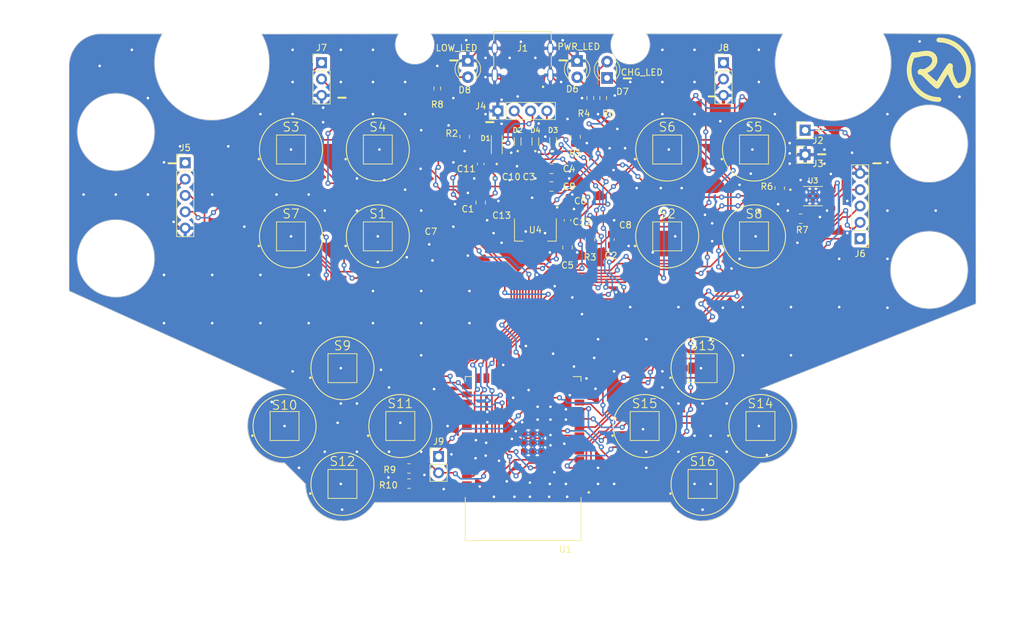
<source format=kicad_pcb>
(kicad_pcb (version 20221018) (generator pcbnew)
  (layers (0 "F.Cu" signal) (31 "B.Cu" signal) (34 "B.Paste" user) (35 "F.Paste" user) (36 "B.SilkS" user "B.Silkscreen") (37 "F.SilkS" user "F.Silkscreen") (38 "B.Mask" user) (39 "F.Mask" user) (44 "Edge.Cuts" user))
  (net 0 "")
  (net 1 "VCC_5V")
  (net 2 "CHIP_PU")
  (net 3 "ESP_3V3")
  (net 4 "GPIO0")
  (net 5 "Net-(U4-NR{slash}FB)")
  (net 6 "Net-(D1-PadA)")
  (net 7 "D-")
  (net 8 "D+")
  (net 9 "Net-(D6-A)")
  (net 10 "Net-(D8-A)")
  (net 11 "/CC1")
  (net 14 "/CC2")
  (net 15 "I2C_SCL")
  (net 16 "I2C_SDA")
  (net 18 "VRY1")
  (net 19 "VRX1")
  (net 21 "VRY2")
  (net 22 "VRX2")
  (net 23 "POT1")
  (net 24 "POT2")
  (net 25 "Net-(U3-ISET)")
  (net 26 "Net-(U3-PRETERM)")
  (net 27 "Net-(U1-IO48)")
  (net 28 "ALPHA")
  (net 29 "BETA")
  (net 30 "GAMMA")
  (net 31 "DELTA")
  (net 32 "EPSILON")
  (net 33 "THETA")
  (net 34 "WHOLE")
  (net 35 "HALF")
  (net 36 "QUARTER")
  (net 37 "EIGHTH")
  (net 38 "SPADE")
  (net 39 "DIAMOND")
  (net 40 "HEART")
  (net 41 "CLUB")
  (net 42 "TEMP_SENS")
  (net 52 "Net-(D7-K)")
  (net 53 "Net-(D7-A)")
  (net 54 "S_in")
  (net 55 "VCC_LiPo")
  (net 56 "Net-(U1-IO1)")
  (net 57 "SENSE")
  (footprint "MyParts:SW_TL3305BF260QG" (layer "F.Cu") (at 120.25 61)
    (fp_text reference "S14")
    (fp_text value "Diamond")
  )
  (footprint "MyParts:SW_TL3305BF260QG" (layer "F.Cu") (at 55.25 70)
    (fp_text reference "S12")
    (fp_text value "Eighth")
  )
  (footprint "MyParts:SW_TL3305BF260QG" (layer "F.Cu") (at 60.75 18)
    (fp_text reference "S4")
    (fp_text value "Beta")
  )
  (footprint "MyParts:SW_TL3305BF260QG" (layer "F.Cu") (at 46.25 61)
    (fp_text reference "S10")
    (fp_text value "Half")
  )
  (footprint "MyParts:SW_TL3305BF260QG" (layer "F.Cu") (at 47.25 31.5)
    (fp_text reference "S7")
    (fp_text value "Epsilon")
  )
  (footprint "MyParts:SW_TL3305BF260QG" (layer "F.Cu") (at 111.25 70)
    (fp_text reference "S16")
    (fp_text value "Club")
  )
  (footprint "MyParts:TVS_LESD5D5.0CT1G" (layer "F.Cu") (at 85.25 16.75 90)
    (fp_text reference "D4")
    (fp_text value "LESD5D5.0CT1G" hide)
  )
  (footprint "MyParts:TVS_LESD5D5.0CT1G" (layer "F.Cu") (at 88 16.75 90)
    (fp_text reference "D3")
    (fp_text value "LESD5D5.0CT1G" hide)
  )
  (footprint "Capacitor_SMD:C_0201_0603Metric_Pad0.64x0.40mm_HandSolder" (layer "F.Cu") (at 82 24 90)
    (fp_text reference "C10")
    (fp_text value "0u1F/50V" hide)
  )
  (footprint "Resistor_SMD:R_0603_1608Metric_Pad0.98x0.95mm_HandSolder" (layer "F.Cu") (at 70 8.5 -90)
    (fp_text reference "R8")
    (fp_text value "165" hide)
  )
  (footprint "MyParts:HRO_TYPE-C-31-M-12" (layer "F.Cu") (at 83.25 2.25 180)
    (fp_text reference "J1")
    (fp_text value "TYPE-C-31-M-12")
  )
  (footprint "Capacitor_SMD:C_0603_1608Metric_Pad1.08x0.95mm_HandSolder" (layer "F.Cu") (at 97 32 90)
    (fp_text reference "C2")
    (fp_text value "1uF/16V" hide)
  )
  (footprint "Capacitor_SMD:C_0201_0603Metric_Pad0.64x0.40mm_HandSolder" (layer "F.Cu") (at 99.25 31.5 -90)
    (fp_text reference "C8")
    (fp_text value "0u1F/50V" hide)
  )
  (footprint "Capacitor_SMD:C_0201_0603Metric_Pad0.64x0.40mm_HandSolder" (layer "F.Cu") (at 67.5 31.5 -90)
    (fp_text reference "C7")
    (fp_text value "0u1F/50V" hide)
  )
  (footprint "Connector_PinHeader_2.54mm:PinHeader_1x01_P2.54mm_Vertical" (layer "F.Cu") (at 127.2 18.8)
    (fp_text reference "J3")
    (fp_text value "LiPo-")
  )
  (footprint "MyParts:SW_TL3305BF260QG" (layer "F.Cu") (at 47.25 18)
    (fp_text reference "S3")
    (fp_text value "Alpha")
  )
  (footprint "LED_THT:LED_D3.0mm" (layer "F.Cu") (at 96.4 6.875 90)
    (fp_text reference "D7")
    (fp_text value "CHG_LED")
  )
  (footprint "Connector_PinHeader_2.54mm:PinHeader_1x03_P2.54mm_Vertical" (layer "F.Cu") (at 114.5 4.5)
    (fp_text reference "J8")
    (fp_text value "POT2")
  )
  (footprint "Capacitor_SMD:C_0603_1608Metric_Pad1.08x0.95mm_HandSolder" (layer "F.Cu") (at 76.75 20.25 90)
    (fp_text reference "C11")
    (fp_text value "1uF/16V" hide)
  )
  (footprint "Capacitor_SMD:C_0201_0603Metric_Pad0.64x0.40mm_HandSolder" (layer "F.Cu") (at 80.5 26.5 90)
    (fp_text reference "C13")
    (fp_text value "10nF/25V" hide)
  )
  (footprint "Resistor_SMD:R_0805_2012Metric_Pad1.20x1.40mm_HandSolder" (layer "F.Cu") (at 123.25 24 90)
    (fp_text reference "R6")
    (fp_text value "5k" hide)
  )
  (footprint "MyParts:SOT127P706X180-6N" (layer "F.Cu") (at 85.25 30.5 -90)
    (fp_text reference "U4")
    (fp_text value "TPS79533DCQR" hide)
  )
  (footprint "MyParts:IC_XTR111AIDGQR" (layer "F.Cu") (at 128.4 25.25)
    (fp_text reference "U3")
    (fp_text value "BQ24090DGQR")
  )
  (footprint "LED_THT:LED_D3.0mm" (layer "F.Cu") (at 74.75 4.21 -90)
    (fp_text reference "D8")
    (fp_text value "LOW_LED")
  )
  (footprint "Capacitor_SMD:C_0805_2012Metric_Pad1.18x1.45mm_HandSolder" (layer "F.Cu") (at 87.75 21)
    (fp_text reference "C4")
    (fp_text value "10uF/25V" hide)
  )
  (footprint "Capacitor_SMD:C_0603_1608Metric_Pad1.08x0.95mm_HandSolder" (layer "F.Cu") (at 90.25 29 -90)
    (fp_text reference "C12")
    (fp_text value "1uF/16V" hide)
  )
  (footprint "MyParts:SOD3715X145N" (layer "F.Cu") (at 79.25 17.25 90)
    (fp_text reference "D1")
    (fp_text value "1N5819HW-7-F" hide)
  )
  (footprint "Resistor_SMD:R_0805_2012Metric_Pad1.20x1.40mm_HandSolder" (layer "F.Cu") (at 65.6 67.6 180)
    (fp_text reference "R9")
    (fp_text value "2k")
  )
  (footprint "LED_THT:LED_D3.0mm" (layer "F.Cu") (at 91.75 4.225 -90)
    (fp_text reference "D6")
    (fp_text value "PWR_LED")
  )
  (footprint "Connector_PinHeader_2.54mm:PinHeader_1x05_P2.54mm_Vertical" (layer "F.Cu") (at 30.8 20.06)
    (fp_text reference "J5")
    (fp_text value "JOYSTICK1")
  )
  (footprint "Capacitor_SMD:C_0805_2012Metric_Pad1.18x1.45mm_HandSolder" (layer "F.Cu") (at 90.25 33.25 -90)
    (fp_text reference "C5")
    (fp_text value "10uF/25V" hide)
  )
  (footprint "Connector_PinHeader_2.54mm:PinHeader_1x02_P2.54mm_Vertical" (layer "F.Cu") (at 70.2 65.725)
    (fp_text reference "J9")
    (fp_text value "Conn_01x02_Pin")
  )
  (footprint "Resistor_SMD:R_0603_1608Metric_Pad0.98x0.95mm_HandSolder" (layer "F.Cu") (at 95.8 10 90)
    (fp_text reference "R5")
    (fp_text value "385")
  )
  (footprint "Resistor_SMD:R_0805_2012Metric_Pad1.20x1.40mm_HandSolder" (layer "F.Cu") (at 93.75 32 90)
    (fp_text reference "R3")
    (fp_text value "10k")
  )
  (footprint "MyParts:SW_TL3305BF260QG" (layer "F.Cu") (at 105.75 31.5)
    (fp_text reference "S2")
    (fp_text value "TL3305BF260QG/RST")
  )
  (footprint "MyParts:SW_TL3305BF260QG" (layer "F.Cu") (at 55.25 52)
    (fp_text reference "S9")
    (fp_text value "Whole")
  )
  (footprint "MyParts:SW_TL3305BF260QG" (layer "F.Cu") (at 119.25 18)
    (fp_text reference "S5")
    (fp_text value "Gamma")
  )
  (footprint "MyParts:SW_TL3305BF260QG" (layer "F.Cu") (at 119.25 31.5)
    (fp_text reference "S8")
    (fp_text value "Theta")
  )
  (footprint "Connector_PinHeader_2.54mm:PinHeader_1x04_P2.54mm_Vertical" (layer "F.Cu") (at 79.42 12 90)
    (fp_text reference "J4")
    (fp_text value "OLED")
  )
  (footprint "Resistor_SMD:R_0603_1608Metric_Pad0.98x0.95mm_HandSolder" (layer "F.Cu") (at 93.8 10 90)
    (fp_text reference "R4")
    (fp_text value "165" hide)
  )
  (footprint "MyParts:SW_TL3305BF260QG" (layer "F.Cu") (at 102.25 61)
    (fp_text reference "S15")
    (fp_text value "Heart")
  )
  (footprint "Capacitor_SMD:C_0201_0603Metric_Pad0.64x0.40mm_HandSolder" (layer "F.Cu") (at 84 24 90)
    (fp_text reference "C3")
    (fp_text value "0u1F/50V" hide)
  )
  (footprint "MyParts:SW_TL3305BF260QG" (layer "F.Cu") (at 60.75 31.5)
    (fp_text reference "S1")
    (fp_text value "TL3305BF260QG/BOOT")
  )
  (footprint "Connector_PinHeader_2.54mm:PinHeader_1x05_P2.54mm_Vertical" (layer "F.Cu") (at 135.75 31.87 180)
    (fp_text reference "J6")
    (fp_text value "JOYSTICK2")
  )
  (footprint "Connector_PinHeader_2.54mm:PinHeader_1x01_P2.54mm_Vertical" (layer "F.Cu") (at 127.2 15)
    (fp_text reference "J2")
    (fp_text value "LiPo+")
  )
  (footprint "MyParts:SW_TL3305BF260QG" (layer "F.Cu") (at 111.25 52)
    (fp_text reference "S13")
    (fp_text value "Spade")
  )
  (footprint "MyParts:SW_TL3305BF260QG" (layer "F.Cu") (at 64.25 61)
    (fp_text reference "S11")
    (fp_text value "Quarter")
  )
  (footprint "Resistor_SMD:R_0805_2012Metric_Pad1.20x1.40mm_HandSolder" (layer "F.Cu") (at 91.5 16 -90)
    (fp_text reference "R1")
    (fp_text value "5k1" hide)
  )
  (footprint "MyParts:TVS_LESD5D5.0CT1G" (layer "F.Cu") (at 82.5 16.75 90)
    (fp_text reference "D2")
    (fp_text value "LESD5D5.0CT1G" hide)
  )
  (footprint "Resistor_SMD:R_0805_2012Metric_Pad1.20x1.40mm_HandSolder" (layer "F.Cu") (at 65.6 69.95)
    (fp_text reference "R10")
    (fp_text value "5k")
  )
  (footprint "Capacitor_SMD:C_0201_0603Metric_Pad0.64x0.40mm_HandSolder" (layer "F.Cu") (at 90.25 26)
    (fp_text reference "C6")
    (fp_text value "0u1F/50V" hide)
  )
  (footprint "Resistor_SMD:R_0805_2012Metric_Pad1.20x1.40mm_HandSolder" (layer "F.Cu") (at 74.25 16 -90)
    (fp_text reference "R2")
    (fp_text value "5k1" hide)
  )
  (footprint "MyParts:RoboticWorx Logo 10x10mm" (layer "F.Cu") (at 148 5.6)
    (fp_text reference "G***" hide)
    (fp_text value "LOGO" hide)
  )
  (footprint "MyParts:XCVR_ESP32-S3-WROOM-1-N16R2" (layer "F.Cu") (at 83.35 66.06 180)
    (fp_text reference "U1")
    (fp_text value "ESP32-S3-WROOM-1-N16R2")
  )
  (footprint "Capacitor_SMD:C_0805_2012Metric_Pad1.18x1.45mm_HandSolder" (layer "F.Cu") (at 76.75 26.25 -90)
    (fp_text reference "C1")
    (fp_text value "10uF/25V" hide)
  )
  (footprint "MyParts:SW_TL3305BF260QG" (layer "F.Cu") (at 105.75 18)
    (fp_text reference "S6")
    (fp_text value "Delta")
  )
  (footprint "Capacitor_SMD:C_0805_2012Metric_Pad1.18x1.45mm_HandSolder" (layer "F.Cu") (at 87.75 23.75)
    (fp_text reference "C9")
    (fp_text value "10uF/25V" hide)
  )
  (footprint "Connector_PinHeader_2.54mm:PinHeader_1x03_P2.54mm_Vertical" (layer "F.Cu") (at 52 4.5)
    (fp_text reference "J7")
    (fp_text value "POT1")
  )
  (footprint "Resistor_SMD:R_0805_2012Metric_Pad1.20x1.40mm_HandSolder" (layer "F.Cu") (at 126.5 28.75)
    (fp_text reference "R7")
    (fp_text value "2k" hide)
  )
  (gr_circle (center 46.25 61) (end 51.15 61) (stroke (width 0.15)) (fill none) (layer "F.SilkS"))
  (gr_circle (center 111.25 52) (end 116.15 52) (stroke (width 0.15)) (fill none) (layer "F.SilkS"))
  (gr_circle (center 119.25 31.5) (end 124.15 31.5) (stroke (width 0.15)) (fill none) (layer "F.SilkS"))
  (gr_circle (center 64.25 61) (end 69.15 61) (stroke (width 0.15)) (fill none) (layer "F.SilkS"))
  (gr_circle (center 111.25 70) (end 116.15 70) (stroke (width 0.15)) (fill none) (layer "F.SilkS"))
  (gr_circle (center 55.25 70) (end 60.15 70) (stroke (width 0.15)) (fill none) (layer "F.SilkS"))
  (gr_circle (center 105.75 18) (end 110.65 18) (stroke (width 0.15)) (fill none) (layer "F.SilkS"))
  (gr_circle (center 119.25 18) (end 124.15 18) (stroke (width 0.15)) (fill none) (layer "F.SilkS"))
  (gr_circle (center 120.25 61) (end 125.15 61) (stroke (width 0.15)) (fill none) (layer "F.SilkS"))
  (gr_circle (center 60.75 18) (end 65.65 18) (stroke (width 0.15)) (fill none) (layer "F.SilkS"))
  (gr_circle (center 47.25 18) (end 52.15 18) (stroke (width 0.15)) (fill none) (layer "F.SilkS"))
  (gr_circle (center 55.25 52) (end 60.15 52) (stroke (width 0.15)) (fill none) (layer "F.SilkS"))
  (gr_circle (center 60.75 31.5) (end 65.65 31.5) (stroke (width 0.15)) (fill none) (layer "F.SilkS"))
  (gr_circle (center 102.25 61) (end 107.15 61) (stroke (width 0.15)) (fill none) (layer "F.SilkS"))
  (gr_circle (center 105.75 31.5) (end 110.65 31.5) (stroke (width 0.15)) (fill none) (layer "F.SilkS"))
  (gr_circle (center 47.25 31.5) (end 52.15 31.5) (stroke (width 0.15)) (fill none) (layer "F.SilkS"))
  (gr_line (start 46.25 66.755871) (end 49.5 70) (stroke (width 0.1)) (layer "Edge.Cuts"))
  (gr_arc (start 111.25 75.75) (mid 108.374203 74.979185) (end 106.269434 72.873404) (stroke (width 0.1)) (layer "Edge.Cuts"))
  (gr_arc (start 46.25 66.755871) (mid 42.179984 65.070016) (end 40.494129 61) (stroke (width 0.15)) (layer "Edge.Cuts"))
  (gr_arc (start 117 70) (mid 115.315864 74.065863) (end 111.25 75.75) (stroke (width 0.15)) (layer "Edge.Cuts"))
  (gr_line (start 97.500001 0) (end 69 0) (stroke (width 0.1)) (layer "Edge.Cuts"))
  (gr_circle (center 20.03 15.28) (end 26.03 15.28) (stroke (width 0.1)) (fill none) (layer "Edge.Cuts"))
  (gr_line (start 12.75 40) (end 12.75 5) (stroke (width 0.1)) (layer "Edge.Cuts"))
  (gr_arc (start 126.000002 61) (mid 124.315866 65.065866) (end 120.25 66.750002) (stroke (width 0.15)) (layer "Edge.Cuts"))
  (gr_arc (start 55.25 75.75) (mid 51.184136 74.065864) (end 49.5 70) (stroke (width 0.15)) (layer "Edge.Cuts"))
  (gr_arc (start 40.494129 61) (mid 42.272926 56.83912) (end 46.509876 55.250001) (stroke (width 0.1)) (layer "Edge.Cuts"))
  (gr_circle (center 146.48 17.08) (end 152.48 17.08) (stroke (width 0.1)) (fill none) (layer "Edge.Cuts"))
  (gr_arc (start 60.2262 72.880958) (mid 58.122019 74.981366) (end 55.25 75.75) (stroke (width 0.1)) (layer "Edge.Cuts"))
  (gr_line (start 46.509876 55.250001) (end 12.75 40) (stroke (width 0.1)) (layer "Edge.Cuts"))
  (gr_arc (start 139.324663 -0.043634) (mid 131.575228 13.504963) (end 123.750001 0) (stroke (width 0.1)) (layer "Edge.Cuts"))
  (gr_line (start 17.75 0) (end 27.25 0) (stroke (width 0.1)) (layer "Edge.Cuts"))
  (gr_circle (center 20.02 34.93) (end 26.02 34.93) (stroke (width 0.1)) (fill none) (layer "Edge.Cuts"))
  (gr_line (start 60.230901 72.88368) (end 106.269434 72.873404) (stroke (width 0.1)) (layer "Edge.Cuts"))
  (gr_line (start 42.675093 0.043215) (end 64 0) (stroke (width 0.1)) (layer "Edge.Cuts"))
  (gr_arc (start 69 0) (mid 66.5 4.723243) (end 64 0) (stroke (width 0.1)) (layer "Edge.Cuts"))
  (gr_arc (start 12.75 5) (mid 14.214466 1.464466) (end 17.75 0) (stroke (width 0.1)) (layer "Edge.Cuts"))
  (gr_line (start 120.25 55.25) (end 153.75 42) (stroke (width 0.1)) (layer "Edge.Cuts"))
  (gr_line (start 153.714466 5) (end 153.75 42) (stroke (width 0.1)) (layer "Edge.Cuts"))
  (gr_arc (start 42.675093 0.043215) (mid 34.925014 13.418485) (end 27.25 0) (stroke (width 0.1)) (layer "Edge.Cuts"))
  (gr_line (start 139.324663 -0.043634) (end 148.714467 0) (stroke (width 0.1)) (layer "Edge.Cuts"))
  (gr_line (start 123.750001 0) (end 102.513658 -0.009325) (stroke (width 0.1)) (layer "Edge.Cuts"))
  (gr_arc (start 148.714467 0) (mid 152.25 1.464466) (end 153.714467 5) (stroke (width 0.1)) (layer "Edge.Cuts"))
  (gr_circle (center 146.48 36.73) (end 152.48 36.73) (stroke (width 0.1)) (fill none) (layer "Edge.Cuts"))
  (gr_arc (start 102.513658 -0.009325) (mid 100.015638 4.731512) (end 97.500001 0) (stroke (width 0.1)) (layer "Edge.Cuts"))
  (gr_line (start 117 70) (end 120.25 66.750002) (stroke (width 0.1)) (layer "Edge.Cuts"))
  (gr_arc (start 120.25 55.25) (mid 124.315865 56.934136) (end 126.000002 61) (stroke (width 0.1)) (layer "Edge.Cuts"))
  (gr_text "_" (at 98.8 7) (layer "F.SilkS") (effects (font (size 1.5 1.5) (thickness 0.3) bold) (justify left bottom)))
  (gr_text "_" (at 88.8 4.2) (layer "F.SilkS") (effects (font (size 1.5 1.5) (thickness 0.3) bold) (justify left bottom)))
  (gr_text "_" (at 77.4 13.8) (layer "F.SilkS") (effects (font (size 1.5 1.5) (thickness 0.3) bold) (justify left bottom)))
  (gr_text "_" (at 71.8 4.2) (layer "F.SilkS") (effects (font (size 1.5 1.5) (thickness 0.3) bold) (justify left bottom)))
  (gr_text "_" (at 137.6 20.2) (layer "F.SilkS") (effects (font (size 1.5 1.5) (thickness 0.3) bold) (justify left bottom)))
  (gr_text "_" (at 54.4 10) (layer "F.SilkS") (effects (font (size 1.5 1.5) (thickness 0.3) bold) (justify left bottom)))
  (gr_text "_" (at 112 9.8) (layer "F.SilkS") (effects (font (size 1.5 1.5) (thickness 0.3) bold) (justify left bottom)))
  (gr_text "_" (at 129 18.8) (layer "F.SilkS") (effects (font (size 1.5 1.5) (thickness 0.3) bold) (justify left bottom)))
  (gr_text "_" (at 28 20.2) (layer "F.SilkS") (effects (font (size 1.5 1.5) (thickness 0.3) bold) (justify left bottom)))
  (gr_text "+" (at 128.4 15.8) (layer "F.SilkS") (effects (font (size 1.5 1.5)) (justify left bottom)))
  (segment (start 117.025305 26.75) (end 116.75 26.75) (width 0.25) (layer "F.Cu") (net 1))
  (segment (start 121.700305 22.075) (end 117.025305 26.75) (width 0.25) (layer "F.Cu") (net 1))
  (segment (start 109.5 35.75) (end 97.974695 35.75) (width 0.25) (layer "F.Cu") (net 1))
  (segment (start 114.25 26.75) (end 111 30) (width 0.25) (layer "F.Cu") (net 1))
  (segment (start 92.199695 35.775) (end 91.674695 36.3) (width 0.25) (layer "F.Cu") (net 1))
  (segment (start 77.2075 18.93) (end 79.25 18.93) (width 0.25) (layer "F.Cu") (net 1))
  (segment (start 78.5375 25.2125) (end 76.75 25.2125) (width 0.25) (layer "F.Cu") (net 1))
  (segment (start 97.974695 35.75) (end 96.924695 36.8) (width 0.25) (layer "F.Cu") (net 1))
  (segment (start 76.75 19.779505) (end 76.75 19.3875) (width 0.25) (layer "F.Cu") (net 1))
  (segment (start 87.175805 36.3) (end 86.650305 35.7745) (width 0.25) (layer "F.Cu") (net 1))
  (segment (start 79 22.029505) (end 76.75 19.779505) (width 0.25) (layer "F.Cu") (net 1))
  (segment (start 93.825305 36.8) (end 92.800305 35.775) (width 0.25) (layer "F.Cu") (net 1))
  (segment (start 126.3 24.25) (end 124.125 22.075) (width 0.25) (layer "F.Cu") (net 1))
  (segment (start 91.674695 36.3) (end 87.175805 36.3) (width 0.25) (layer "F.Cu") (net 1))
  (segment (start 81.5 32.875) (end 81.5 29.9625) (width 0.25) (layer "F.Cu") (net 1))
  (segment (start 79 24.75) (end 78.5375 25.2125) (width 0.25) (layer "F.Cu") (net 1))
  (segment (start 92.800305 35.775) (end 92.199695 35.775) (width 0.25) (layer "F.Cu") (net 1))
  (segment (start 86.650305 35.7745) (end 84.3995 35.7745) (width 0.25) (layer "F.Cu") (net 1))
  (segment (start 124.125 22.075) (end 121.700305 22.075) (width 0.25) (layer "F.Cu") (net 1))
  (segment (start 79 22.5) (end 79 22.029505) (width 0.25) (layer "F.Cu") (net 1))
  (segment (start 111 34.25) (end 109.5 35.75) (width 0.25) (layer "F.Cu") (net 1))
  (segment (start 84.3995 35.7745) (end 81.5 32.875) (width 0.25) (layer "F.Cu") (net 1))
  (segment (start 81.5 29.9625) (end 76.75 25.2125) (width 0.25) (layer "F.Cu") (net 1))
  (segment (start 76.75 19.3875) (end 77.2075 18.93) (width 0.25) (layer "F.Cu") (net 1))
  (segment (start 111 30) (end 111 34.25) (width 0.25) (layer "F.Cu") (net 1))
  (segment (start 96.924695 36.8) (end 93.825305 36.8) (width 0.25) (layer "F.Cu") (net 1))
  (via (at 79 22.5) (size 0.8) (drill 0.4) (layers "F.Cu" "B.Cu") (net 1))
  (via (at 114.25 26.75) (size 0.8) (drill 0.4) (layers "F.Cu" "B.Cu") (net 1))
  (via (at 79 24.75) (size 0.8) (drill 0.4) (layers "F.Cu" "B.Cu") (net 1))
  (via (at 116.75 26.75) (size 0.8) (drill 0.4) (layers "F.Cu" "B.Cu") (net 1))
  (segment (start 114.25 26.75) (end 116.75 26.75) (width 0.25) (layer "B.Cu") (net 1))
  (segment (start 79 24.75) (end 79 22.5) (width 0.25) (layer "B.Cu") (net 1))
  (segment (start 93.1 68.78) (end 92.1 68.78) (width 0.25) (layer "F.Cu") (net 2))
  (segment (start 99 40.2) (end 97.95 41.25) (width 0.25) (layer "F.Cu") (net 2))
  (segment (start 96.75 35.5) (end 97.25 35.5) (width 0.25) (layer "F.Cu") (net 2))
  (segment (start 98.225 32.3625) (end 97 31.1375) (width 0.25) (layer "F.Cu") (net 2))
  (segment (start 95.75 53.148959) (end 95.75 57.75) (width 0.25) (layer "F.Cu") (net 2))
  (segment (start 97 31.1375) (end 95.471003 32.666498) (width 0.25) (layer "F.Cu") (net 2))
  (segment (start 99 39.4) (end 99 40.2) (width 0.25) (layer "F.Cu") (net 2))
  (segment (start 90.70104 39.9) (end 88.425 42.17604) (width 0.25) (layer "F.Cu") (net 2))
  (segment (start 99.25 31.0925) (end 97.045 31.0925) (width 0.25) (layer "F.Cu") (net 2))
  (segment (start 95.471003 32.666498) (end 94.083502 32.666498) (width 0.25) (layer "F.Cu") (net 2))
  (segment (start 94.083502 32.666498) (end 93.75 33) (width 0.25) (layer "F.Cu") (net 2))
  (segment (start 102.15 30) (end 100.3425 30) (width 0.25) (layer "F.Cu") (net 2))
  (segment (start 97.95 41.25) (end 94.6 41.25) (width 0.25) (layer "F.Cu") (net 2))
  (segment (start 97.045 31.0925) (end 97 31.1375) (width 0.25) (layer "F.Cu") (net 2))
  (segment (start 93.175 68.705) (end 93.1 68.78) (width 0.25) (layer "F.Cu") (net 2))
  (segment (start 100.3425 30) (end 99.25 31.0925) (width 0.25) (layer "F.Cu") (net 2))
  (segment (start 96.15 61.85) (end 95.238299 61.85) (width 0.25) (layer "F.Cu") (net 2))
  (segment (start 97.25 35.5) (end 98.225 34.525) (width 0.25) (layer "F.Cu") (net 2))
  (segment (start 88.425 42.17604) (end 88.425 45.82396) (width 0.25) (layer "F.Cu") (net 2))
  (segment (start 102.15 30) (end 109.35 30) (width 0.25) (layer "F.Cu") (net 2))
  (segment (start 94.6 41.25) (end 93.25 39.9) (width 0.25) (layer "F.Cu") (net 2))
  (segment (start 88.425 45.82396) (end 95.75 53.148959) (width 0.25) (layer "F.Cu") (net 2))
  (segment (start 98.225 34.525) (end 98.225 32.3625) (width 0.25) (layer "F.Cu") (net 2))
  (segment (start 93.25 39.9) (end 90.70104 39.9) (width 0.25) (layer "F.Cu") (net 2))
  (segment (start 97.293475 60.422894) (end 97.293475 60.706525) (width 0.25) (layer "F.Cu") (net 2))
  (segment (start 93.175 63.913299) (end 93.175 68.705) (width 0.25) (layer "F.Cu") (net 2))
  (segment (start 97.293475 60.706525) (end 96.15 61.85) (width 0.25) (layer "F.Cu") (net 2))
  (segment (start 95.238299 61.85) (end 93.175 63.913299) (width 0.25) (layer "F.Cu") (net 2))
  (via (at 99 39.4) (size 0.8) (drill 0.4) (layers "F.Cu" "B.Cu") (net 2))
  (via (at 96.75 35.5) (size 0.8) (drill 0.4) (layers "F.Cu" "B.Cu") (net 2))
  (via (at 95.75 57.75) (size 0.8) (drill 0.4) (layers "F.Cu" "B.Cu") (net 2))
  (via (at 97.293475 60.422894) (size 0.8) (drill 0.4) (layers "F.Cu" "B.Cu") (net 2))
  (segment (start 96.75 37.15) (end 96.75 35.5) (width 0.25) (layer "B.Cu") (net 2))
  (segment (start 99 39.4) (end 96.75 37.15) (width 0.25) (layer "B.Cu") (net 2))
  (segment (start 95.75 58.879419) (end 97.293475 60.422894) (width 0.25) (layer "B.Cu") (net 2))
  (segment (start 95.75 57.75) (end 95.75 58.879419) (width 0.25) (layer "B.Cu") (net 2))
  (segment (start 114.75 39.25) (end 114.75 37.25) (width 0.25) (layer "F.Cu") (net 3))
  (segment (start 43.25 16.5) (end 42 17.75) (width 0.25) (layer "F.Cu") (net 3))
  (segment (start 50.85 16.5) (end 43.25 16.5) (width 0.25) (layer "F.Cu") (net 3))
  (segment (start 96.45 62.3) (end 98.65 60.1) (width 0.25) (layer "F.Cu") (net 3))
  (segment (start 114.85 51.35) (end 123 59.5) (width 0.25) (layer "F.Cu") (net 3))
  (segment (start 115.65 22.8) (end 109.35 16.5) (width 0.25) (layer "F.Cu") (net 3))
  (segment (start 129.25 31) (end 132.5 27.75) (width 0.25) (layer "F.Cu") (net 3))
  (segment (start 105.85 59.5) (end 98.65 59.5) (width 0.25) (layer "F.Cu") (net 3))
  (segment (start 30.8 27.68) (end 32.08 27.68) (width 0.25) (layer "F.Cu") (net 3))
  (segment (start 120.25 64) (end 115.75 68.5) (width 0.25) (layer "F.Cu") (net 3))
  (segment (start 58.85 50.5) (end 51.65 50.5) (width 0.25) (layer "F.Cu") (net 3))
  (segment (start 41.5 27.85) (end 43.65 30) (width 0.25) (layer "F.Cu") (net 3))
  (segment (start 47.9 64.75) (end 51.65 68.5) (width 0.25) (layer "F.Cu") (net 3))
  (segment (start 102.15 16.5) (end 109.35 16.5) (width 0.25) (layer "F.Cu") (net 3))
  (segment (start 124.975 63.525) (end 124.5 64) (width 0.25) (layer "F.Cu") (net 3))
  (segment (start 92.68 70.05) (end 93.9 68.83) (width 0.25) (layer "F.Cu") (net 3))
  (segment (start 93.9 68.83) (end 93.9 63.824695) (width 0.25) (layer "F.Cu") (net 3))
  (segment (start 81.896459 24.4075) (end 82 24.4075) (width 0.25) (layer "F.Cu") (net 3))
  (segment (start 52.730579 40.980579) (end 58.85 47.1) (width 0.25) (layer "F.Cu") (net 3))
  (segment (start 114.75 37.25) (end 113.75 36.25) (width 0.25) (layer "F.Cu") (net 3))
  (segment (start 43.65 16.5) (end 64.35 16.5) (width 0.25) (layer "F.Cu") (net 3))
  (segment (start 51.65 50.5) (end 49.85 52.3) (width 0.25) (layer "F.Cu") (net 3))
  (segment (start 97.974695 16.5) (end 102.15 16.5) (width 0.25) (layer "F.Cu") (net 3))
  (segment (start 116.25 15.9) (end 116.25 6.25) (width 0.25) (layer "F.Cu") (net 3))
  (segment (start 49.85 59.5) (end 67.85 59.5) (width 0.25) (layer "F.Cu") (net 3))
  (segment (start 93.4 25.4) (end 92.8 24.8) (width 0.25) (layer "F.Cu") (net 3))
  (segment (start 91.825305 24.8) (end 91.300305 24.275) (width 0.25) (layer "F.Cu") (net 3))
  (segment (start 35.2 27.8) (end 36.775 26.225) (width 0.25) (layer "F.Cu") (net 3))
  (segment (start 114.85 50.5) (end 107.65 50.5) (width 0.25) (layer "F.Cu") (net 3))
  (segment (start 89.888173 24.275) (end 89.363173 24.8) (width 0.25) (layer "F.Cu") (net 3))
  (segment (start 114.85 50.5) (end 114.85 51.35) (width 0.25) (layer "F.Cu") (net 3))
  (segment (start 83.98 26.3875) (end 83.98 27.495) (width 0.25) (layer "F.Cu") (net 3))
  (segment (start 87.7625 24.8) (end 86.7125 23.75) (width 0.25) (layer "F.Cu") (net 3))
  (segment (start 49.85 52.3) (end 49.85 59.5) (width 0.25) (layer "F.Cu") (net 3))
  (segment (start 82 24.4075) (end 83.98 26.3875) (width 0.25) (layer "F.Cu") (net 3))
  (segment (start 115.65 30) (end 115.65 29.25) (width 0.25) (layer "F.Cu") (net 3))
  (segment (start 133.75 24.25) (end 135.75 24.25) (width 0.25) (layer "F.Cu") (net 3))
  (segment (start 107.65 48.486396) (end 107.65 50.5) (width 0.25) (layer "F.Cu") (net 3))
  (segment (start 50.5 16.15) (end 50.5 6) (width 0.25) (layer "F.Cu") (net 3))
  (segment (start 86.7125 21) (end 86.7125 23.75) (width 0.25) (layer "F.Cu") (net 3))
  (segment (start 112.2 44.6) (end 111.536396 44.6) (width 0.25) (layer "F.Cu") (net 3))
  (segment (start 51 30) (end 52.75 31.75) (width 0.25) (layer "F.Cu") (net 3))
  (segment (start 43.65 30) (end 50.85 30) (width 0.25) (layer "F.Cu") (net 3))
  (segment (start 36.775 26.225) (end 36.775 22.975) (width 0.25) (layer "F.Cu") (net 3))
  (segment (start 50.5 6) (end 52 4.5) (width 0.25) (layer "F.Cu") (net 3))
  (segment (start 111.536396 44.6) (end 107.65 48.486396) (width 0.25) (layer "F.Cu") (net 3))
  (segment (start 124.5 64) (end 120.25 64) (width 0.25) (layer "F.Cu") (net 3))
  (segment (start 105.85 59.5) (end 123.85 59.5) (width 0.25) (layer "F.Cu") (net 3))
  (segment (start 86.7125 23.75) (end 84.761041 23.75) (width 0.25) (layer "F.Cu") (net 3))
  (segment (start 89.4375 18.275) (end 92.800305 18.275) (width 0.25) (layer "F.Cu") (net 3))
  (segment (start 123.85 59.5) (end 124.975 60.625) (width 0.25) (layer "F.Cu") (net 3))
  (segment (start 109.35 16.5) (end 115.65 16.5) (width 0.25) (layer "F.Cu") (net 3))
  (segment (start 42 17.75) (end 41.5 18.25) (width 0.25) (layer "F.Cu") (net 3))
  (segment (start 100.6 18.4) (end 102.15 16.85) (width 0.25) (layer "F.Cu") (net 3))
  (segment (start 71.6 23.75) (end 81.238959 23.75) (width 0.25) (layer "F.Cu") (net 3))
  (segment (start 132.5 27.75) (end 132.5 25.5) (width 0.25) (layer "F.Cu") (net 3))
  (segment (start 86.7125 21) (end 89.4375 18.275) (width 0.25) (layer "F.Cu") (net 3))
  (segment (start 115.65 29.25) (end 115.65 22.8) (width 0.25) (layer "F.Cu") (net 3))
  (segment (start 92.1 70.05) (end 92.68 70.05) (width 0.25) (layer "F.Cu") (net 3))
  (segment (start 93.8 10.9125) (end 93.8 12.325305) (width 0.25) (layer "F.Cu") (net 3))
  (segment (start 42.75 64.75) (end 47.9 64.75) (width 0.25) (layer "F.Cu") (net 3))
  (segment (start 123.85 31) (end 129.25 31) (width 0.25) (layer "F.Cu") (net 3))
  (segment (start 58.85 47.1) (end 58.85 50.5) (width 0.25) (layer "F.Cu") (net 3))
  (segment (start 86.7125 21) (end 83.5 17.7875) (width 0.25) (layer "F.Cu") (net 3))
  (segment (start 115.65 16.5) (end 122.85 16.5) (width 0.25) (layer "F.Cu") (net 3))
  (segment (start 100.6 20.013604) (end 100.6 18.4) (width 0.25) (layer "F.Cu") (net 3))
  (segment (start 112.6 41.4) (end 114.75 39.25) (width 0.25) (layer "F.Cu") (net 3))
  (segment (start 93.8 12.325305) (end 97.974695 16.5) (width 0.25) (layer "F.Cu") (net 3))
  (segment (start 93.75 31) (end 93.75 30) (width 0.25) (layer "F.Cu") (net 3))
  (segment (start 81.238959 23.75) (end 81.896459 24.4075) (width 0.25) (layer "F.Cu") (net 3))
  (segment (start 123 59.5) (end 123.85 59.5) (width 0.25) (layer "F.Cu") (net 3))
  (segment (start 96.725305 22.2) (end 98.413604 22.2) (width 0.25) (layer "F.Cu") (net 3))
  (segment (start 92.800305 18.275) (end 96.725305 22.2) (width 0.25) (layer "F.Cu") (net 3))
  (segment (start 32.08 27.68) (end 32.8 28.6) (width 0.25) (layer "F.Cu") (net 3))
  (segment (start 111 42) (end 111.6 41.4) (width 0.25) (layer "F.Cu") (net 3))
  (segment (start 102.15 16.85) (end 102.15 16.5) (width 0.25) (layer "F.Cu") (net 3))
  (segment (start 50.85 16.5) (end 50.5 16.15) (width 0.25) (layer "F.Cu") (net 3))
  (segment (start 84.761041 23.75) (end 84.103541 24.4075) (width 0.25) (layer "F.Cu") (net 3))
  (segment (start 113.75 33.75) (end 113.75 31.9) (width 0.25) (layer "F.Cu") (net 3))
  (segment (start 122.85 30) (end 115.65 30) (width 0.25) (layer "F.Cu") (net 3))
  (segment (start 98.413604 22.2) (end 100.6 20.013604) (width 0.25) (layer "F.Cu") (net 3))
  (segment (start 64.35 16.5) (end 71.6 23.75) (width 0.25) (layer "F.Cu") (net 3))
  (segment (start 114.85 68.5) (end 107.65 68.5) (width 0.25) (layer "F.Cu") (net 3))
  (segment (start 116.25 6.25) (end 114.5 4.5) (width 0.25) (layer "F.Cu") (net 3))
  (segment (start 112.8 44) (end 112.2 44.6) (width 0.25) (layer "F.Cu") (net 3))
  (segment (start 58.85 68.5) (end 51.65 68.5) (width 0.25) (layer "F.Cu") (net 3))
  (segment (start 89.363173 24.8) (end 87.7625 24.8) (width 0.25) (layer "F.Cu") (net 3))
  (segment (start 115.65 16.5) (end 116.25 15.9) (width 0.25) (layer "F.Cu") (net 3))
  (segment (start 41.5 63.5) (end 42.75 64.75) (width 0.25) (layer "F.Cu") (net 3))
  (segment (start 83.5 17.7875) (end 83.5 13.54) (width 0.25) (layer "F.Cu") (net 3))
  (segment (start 93.9 63.824695) (end 95.424695 62.3) (width 0.25) (layer "F.Cu") (net 3))
  (segment (start 52.730579 37.5) (end 52.730579 40.980579) (width 0.25) (layer "F.Cu") (net 3))
  (segment (start 50.85 30) (end 51 30) (width 0.25) (layer "F.Cu") (net 3))
  (segment (start 42.65 59.5) (end 49.85 59.5) (width 0.25) (layer "F.Cu") (net 3))
  (segment (start 132.5 25.5) (end 133.75 24.25) (width 0.25) (layer "F.Cu") (net 3))
  (segment (start 124.975 60.625) (end 124.975 63.525) (width 0.25) (layer "F.Cu") (net 3))
  (segment (start 98.65 60.1) (end 98.65 59.5) (width 0.25) (layer "F.Cu") (net 3))
  (segment (start 95.424695 62.3) (end 96.45 62.3) (width 0.25) (layer "F.Cu") (net 3))
  (segment (start 93.75 30) (end 93.25 29.5) (width 0.25) (layer "F.Cu") (net 3))
  (segment (start 122.85 30) (end 123.85 31) (width 0.25) (layer "F.Cu") (net 3))
  (segment (start 92.8 24.8) (end 91.825305 24.8) (width 0.25) (layer "F.Cu") (net 3))
  (segment (start 36.775 22.975) (end 42 17.75) (width 0.25) (layer "F.Cu") (net 3))
  (segment (start 111.6 41.4) (end 112.6 41.4) (width 0.25) (layer "F.Cu") (net 3))
  (segment (start 41.5 60.65) (end 41.5 63.5) (width 0.25) (layer "F.Cu") (net 3))
  (segment (start 42.65 59.5) (end 41.5 60.65) (width 0.25) (layer "F.Cu") (net 3))
  (segment (start 113.75 31.9) (end 115.65 30) (width 0.25) (layer "F.Cu") (net 3))
  (segment (start 91.300305 24.275) (end 89.888173 24.275) (width 0.25) (layer "F.Cu") (net 3))
  (segment (start 41.5 18.25) (end 41.5 27.85) (width 0.25) (layer "F.Cu") (net 3))
  (segment (start 83.5 13.54) (end 81.96 12) (width 0.25) (layer "F.Cu") (net 3))
  (segment (start 115.75 68.5) (end 114.85 68.5) (width 0.25) (layer "F.Cu") (net 3))
  (segment (start 84.103541 24.4075) (end 84 24.4075) (width 0.25) (layer "F.Cu") (net 3))
  (segment (start 84 24.4075) (end 82 24.4075) (width 0.25) (layer "F.Cu") (net 3))
  (via (at 111 42) (size 0.8) (drill 0.4) (layers "F.Cu" "B.Cu") (net 3))
  (via (at 93.25 29.5) (size 0.8) (drill 0.4) (layers "F.Cu" "B.Cu") (net 3))
  (via (at 113.75 33.75) (size 0.8) (drill 0.4) (layers "F.Cu" "B.Cu") (net 3))
  (via (at 112.8 44) (size 0.8) (drill 0.4) (layers "F.Cu" "B.Cu") (net 3))
  (via (at 32.8 28.6) (size 0.8) (drill 0.4) (layers "F.Cu" "B.Cu") (net 3))
  (via (at 93.4 25.4) (size 0.8) (drill 0.4) (layers "F.Cu" "B.Cu") (net 3))
  (via (at 52.730579 31.633426) (size 0.8) (drill 0.4) (layers "F.Cu" "B.Cu") (net 3))
  (via (at 113.75 36.25) (size 0.8) (drill 0.4) (layers "F.Cu" "B.Cu") (net 3))
  (via (at 35.2 27.8) (size 0.8) (drill 0.4) (layers "F.Cu" "B.Cu") (net 3))
  (via (at 52.730579 37.5) (size 0.8) (drill 0.4) (layers "F.Cu" "B.Cu") (net 3))
  (segment (start 93.4 25.4) (end 93.4 27.574695) (width 0.25) (layer "B.Cu") (net 3))
  (segment (start 113.75 36.25) (end 113.75 33.75) (width 0.25) (layer "B.Cu") (net 3))
  (segment (start 52.730579 37.5) (end 52.730579 31.633426) (width 0.25) (layer "B.Cu") (net 3))
  (segment (start 112.8 44) (end 112.8 43.8) (width 0.25) (layer "B.Cu") (net 3))
  (segment (start 93.4 27.574695) (end 93.025 27.949695) (width 0.25) (layer "B.Cu") (net 3))
  (segment (start 93.025 29.275) (end 93.25 29.5) (width 0.25) (layer "B.Cu") (net 3))
  (segment (start 93.025 27.949695) (end 93.025 29.275) (width 0.25) (layer "B.Cu") (net 3))
  (segment (start 32.8 28.6) (end 34.4 28.6) (width 0.25) (layer "B.Cu") (net 3))
  (segment (start 112.8 43.8) (end 111 42) (width 0.25) (layer "B.Cu") (net 3))
  (segment (start 34.4 28.6) (end 35.2 27.8) (width 0.25) (layer "B.Cu") (net 3))
  (segment (start 74.263299 36.425) (end 68.930799 31.0925) (width 0.25) (layer "F.Cu") (net 4))
  (segment (start 81.95 44.413603) (end 81.95 39.270889) (width 0.25) (layer "F.Cu") (net 4))
  (segment (start 74.6 54.81) (end 74.6 51.374695) (width 0.25) (layer "F.Cu") (net 4))
  (segment (start 66.4075 30) (end 64.35 30) (width 0.25) (layer "F.Cu") (net 4))
  (segment (start 68.930799 31.0925) (end 67.5 31.0925) (width 0.25) (layer "F.Cu") (net 4))
  (segment (start 67.5 31.0925) (end 66.4075 30) (width 0.25) (layer "F.Cu") (net 4))
  (segment (start 64.35 30) (end 57.15 30) (width 0.25) (layer "F.Cu") (net 4))
  (segment (start 75.588604 50.775) (end 81.95 44.413603) (width 0.25) (layer "F.Cu") (net 4))
  (segment (start 75.199695 50.775) (end 75.588604 50.775) (width 0.25) (layer "F.Cu") (net 4))
  (segment (start 79.104111 36.425) (end 74.263299 36.425) (width 0.25) (layer "F.Cu") (net 4))
  (segment (start 81.95 39.270889) (end 79.104111 36.425) (width 0.25) (layer "F.Cu") (net 4))
  (segment (start 74.6 51.374695) (end 75.199695 50.775) (width 0.25) (layer "F.Cu") (net 4))
  (segment (start 81.0875 27.495) (end 80.5 26.9075) (width 0.25) (layer "F.Cu") (net 5))
  (segment (start 82.71 27.495) (end 81.0875 27.495) (width 0.25) (layer "F.Cu") (net 5))
  (segment (start 73 15.75) (end 73.25 16) (width 0.25) (layer "F.Cu") (net 6))
  (segment (start 85.65 6.394594) (end 84.960406 5.705) (width 0.25) (layer "F.Cu") (net 6))
  (segment (start 85.65 7) (end 85.65 6.394594) (width 0.25) (layer "F.Cu") (net 6))
  (segment (start 73 12.613604) (end 73 15.75) (width 0.25) (layer "F.Cu") (net 6))
  (segment (start 82.5 16.09) (end 79.77 16.09) (width 0.25) (layer "F.Cu") (net 6))
  (segment (start 80.85 7) (end 80.85 7.72) (width 0.25) (layer "F.Cu") (net 6))
  (segment (start 80.85 7.72) (end 80.57 8) (width 0.25) (layer "F.Cu") (net 6))
  (segment (start 73.25 16) (end 78.82 16) (width 0.25) (layer "F.Cu") (net 6))
  (segment (start 81.025 6.105) (end 81.025 6.825) (width 0.25) (layer "F.Cu") (net 6))
  (segment (start 79.77 16.09) (end 79.25 15.57) (width 0.25) (layer "F.Cu") (net 6))
  (segment (start 84.960406 5.705) (end 81.425 5.705) (width 0.25) (layer "F.Cu") (net 6))
  (segment (start 81.425 5.705) (end 81.025 6.105) (width 0.25) (layer "F.Cu") (net 6))
  (segment (start 78.82 16) (end 79.25 15.57) (width 0.25) (layer "F.Cu") (net 6))
  (segment (start 81.025 6.825) (end 80.85 7) (width 0.25) (layer "F.Cu") (net 6))
  (segment (start 80.57 8) (end 77.613604 8) (width 0.25) (layer "F.Cu") (net 6))
  (segment (start 77.613604 8) (end 73 12.613604) (width 0.25) (layer "F.Cu") (net 6))
  (segment (start 84 7) (end 84 7.97104) (width 0.2) (layer "F.Cu") (net 7))
  (segment (start 95.45 22.2) (end 94.80104 22.2) (width 0.2) (layer "F.Cu") (net 7))
  (segment (start 94.80104 22.2) (end 93.2 20.59896) (width 0.2) (layer "F.Cu") (net 7))
  (segment (start 96.6 40.5255) (end 96.5255 40.6) (width 0.2) (layer "F.Cu") (net 7))
  (segment (start 94.85 40.6) (end 93.725 39.475) (width 0.2) (layer "F.Cu") (net 7))
  (segment (start 95.81607 27.31607) (end 95.81607 30.25) (width 0.2) (layer "F.Cu") (net 7))
  (segment (start 89 15.09) (end 88 16.09) (width 0.2) (layer "F.Cu") (net 7))
  (segment (start 96.25 23) (end 95.45 22.2) (width 0.2) (layer "F.Cu") (net 7))
  (segment (start 90 16.5) (end 89.59 16.09) (width 0.2) (layer "F.Cu") (net 7))
  (segment (start 89 10.85104) (end 89 15.09) (width 0.2) (layer "F.Cu") (net 7))
  (segment (start 95.75 27.25) (end 95.81607 27.31607) (width 0.2) (layer "F.Cu") (net 7))
  (segment (start 93.725 39.475) (end 90.525 39.475) (width 0.2) (layer "F.Cu") (net 7))
  (segment (start 94.4 52.4) (end 94.4 54.31) (width 0.2) (layer "F.Cu") (net 7))
  (segment (start 84 6.25) (end 84 7) (width 0.2) (layer "F.Cu") (net 7))
  (segment (start 93.2 19.7) (end 92.75 19.25) (width 0.2) (layer "F.Cu") (net 7))
  (segment (start 85.02896 9) (end 87.14896 9) (width 0.2) (layer "F.Cu") (net 7))
  (segment (start 87.14896 9) (end 89 10.85104) (width 0.2) (layer "F.Cu") (net 7))
  (segment (start 96.5255 40.6) (end 94.85 40.6) (width 0.2) (layer "F.Cu") (net 7))
  (segment (start 90.525 39.475) (end 88 42) (width 0.2) (layer "F.Cu") (net 7))
  (segment (start 92.63 56.08) (end 92.1 56.08) (width 0.2) (layer "F.Cu") (net 7))
  (segment (start 83 7) (end 83 6.18) (width 0.2) (layer "F.Cu") (net 7))
  (segment (start 89.59 16.09) (end 88 16.09) (width 0.2) (layer "F.Cu") (net 7))
  (segment (start 88 46) (end 94.4 52.4) (width 0.2) (layer "F.Cu") (net 7))
  (segment (start 83 6.18) (end 83.05 6.13) (width 0.2) (layer "F.Cu") (net 7))
  (segment (start 83.88 6.13) (end 84 6.25) (width 0.2) (layer "F.Cu") (net 7))
  (segment (start 88 42) (end 88 46) (width 0.2) (layer "F.Cu") (net 7))
  (segment (start 84 7.97104) (end 85.02896 9) (width 0.2) (layer "F.Cu") (net 7))
  (segment (start 83.05 6.13) (end 83.88 6.13) (width 0.2) (layer "F.Cu") (net 7))
  (segment (start 93.2 20.59896) (end 93.2 19.7) (width 0.2) (layer "F.Cu") (net 7))
  (segment (start 94.4 54.31) (end 92.63 56.08) (width 0.2) (layer "F.Cu") (net 7))
  (via (at 90 16.5) (size 0.8) (drill 0.4) (layers "F.Cu" "B.Cu") (net 7))
  (via (at 96.6 40.5255) (size 0.8) (drill 0.4) (layers "F.Cu" "B.Cu") (net 7))
  (via (at 96.25 23) (size 0.8) (drill 0.4) (layers "F.Cu" "B.Cu") (net 7))
  (via (at 92.75 19.25) (size 0.8) (drill 0.4) (layers "F.Cu" "B.Cu") (net 7))
  (via (at 95.75 27.25) (size 0.8) (drill 0.4) (layers "F.Cu" "B.Cu") (net 7))
  (via (at 95.81607 30.25) (size 0.8) (drill 0.4) (layers "F.Cu" "B.Cu") (net 7))
  (segment (start 96.2 35.06005) (end 96.2 30.63393) (width 0.2) (layer "B.Cu") (net 7))
  (segment (start 90 17) (end 90 16.5) (width 0.2) (layer "B.Cu") (net 7))
  (segment (start 97.2 39.81005) (end 97.2 38.20104) (width 0.2) (layer "B.Cu") (net 7))
  (segment (start 95.75 23.75) (end 96.25 23) (width 0.2) (layer "B.Cu") (net 7))
  (segment (start 96.2 30.63393) (end 95.81607 30.25) (width 0.2) (layer "B.Cu") (net 7))
  (segment (start 95.75 27.25) (end 95.75 23.75) (width 0.2) (layer "B.Cu") (net 7))
  (segment (start 97.1 40.0255) (end 97.1 39.91005) (width 0.2) (layer "B.Cu") (net 7))
  (segment (start 92.75 19.25) (end 92.25 19.25) (width 0.2) (layer "B.Cu") (net 7))
  (segment (start 96.05 35.21005) (end 96.2 35.06005) (width 0.2) (layer "B.Cu") (net 7))
  (segment (start 96.6 40.5255) (end 97.1 40.0255) (width 0.2) (layer "B.Cu") (net 7))
  (segment (start 96.05 37.05104) (end 96.05 35.21005) (width 0.2) (layer "B.Cu") (net 7))
  (segment (start 92.25 19.25) (end 90 17) (width 0.2) (layer "B.Cu") (net 7))
  (segment (start 97.2 38.20104) (end 96.05 37.05104) (width 0.2) (layer "B.Cu") (net 7))
  (segment (start 97.1 39.91005) (end 97.2 39.81005) (width 0.2) (layer "B.Cu") (net 7))
  (segment (start 94.75 30.75) (end 94.75 27.5) (width 0.2) (layer "F.Cu") (net 8))
  (segment (start 92.1 50.69896) (end 87.475 46.07396) (width 0.2) (layer "F.Cu") (net 8))
  (segment (start 86.75 9.5) (end 88.5 11.25) (width 0.2) (layer "F.Cu") (net 8))
  (segment (start 82.5 7) (end 82.5 7.82) (width 0.2) (layer "F.Cu") (net 8))
  (segment (start 83.5 7.82) (end 83.45 7.87) (width 0.2) (layer "F.Cu") (net 8))
  (segment (start 91.310661 20.25) (end 90.25 20.25) (width 0.2) (layer "F.Cu") (net 8))
  (segment (start 84.963274 9.5) (end 86.75 9.5) (width 0.2) (layer "F.Cu") (net 8))
  (segment (start 86.75 17.59) (end 85.25 16.09) (width 0.2) (layer "F.Cu") (net 8))
  (segment (start 92.1 54.81) (end 92.1 50.69896) (width 0.2) (layer "F.Cu") (net 8))
  (segment (start 83.45 7.87) (end 82.55 7.87) (width 0.2) (layer "F.Cu") (net 8))
  (segment (start 94.575 39.075) (end 95 39.5) (width 0.2) (layer "F.Cu") (net 8))
  (segment (start 83.5 7) (end 83.5 7.82) (width 0.2) (layer "F.Cu") (net 8))
  (segment (start 87.475 46.07396) (end 87.475 41.92604) (width 0.2) (layer "F.Cu") (net 8))
  (segment (start 90.32604 39.075) (end 94.575 39.075) (width 0.2) (layer "F.Cu") (net 8))
  (segment (start 86.75 17.75) (end 86.75 17.59) (width 0.2) (layer "F.Cu") (net 8))
  (segment (start 82.55 7.87) (end 82.5 7.82) (width 0.2) (layer "F.Cu") (net 8))
  (segment (start 90.25 20.25) (end 89.5 19.5) (width 0.2) (layer "F.Cu") (net 8))
  (segment (start 88.5 11.25) (end 88.5 12.84) (width 0.2) (layer "F.Cu") (net 8))
  (segment (start 83.45 7.87) (end 83.45 7.986726) (width 0.2) (layer "F.Cu") (net 8))
  (segment (start 83.45 7.986726) (end 84.963274 9.5) (width 0.2) (layer "F.Cu") (net 8))
  (segment (start 95.5 31.5) (end 94.75 30.75) (width 0.2) (layer "F.Cu") (net 8))
  (segment (start 87.475 41.92604) (end 90.32604 39.075) (width 0.2) (layer "F.Cu") (net 8))
  (segment (start 94.612701 23.637299) (end 94.612701 23.55204) (width 0.2) (layer "F.Cu") (net 8))
  (segment (start 94.612701 23.55204) (end 91.310661 20.25) (width 0.2) (layer "F.Cu") (net 8))
  (segment (start 88.5 12.84) (end 85.25 16.09) (width 0.2) (layer "F.Cu") (net 8))
  (via (at 94.760968 27.438701) (size 0.8) (drill 0.4) (layers "F.Cu" "B.Cu") (net 8))
  (via (at 94.612701 23.637299) (size 0.8) (drill 0.4) (layers "F.Cu" "B.Cu") (net 8))
  (via (at 86.75 17.75) (size 0.8) (drill 0.4) (layers "F.Cu" "B.Cu") (net 8))
  (via (at 95 39.5) (size 0.8) (drill 0.4) (layers "F.Cu" "B.Cu") (net 8))
  (via (at 95.5 31.5) (size 0.8) (drill 0.4) (layers "F.Cu" "B.Cu") (net 8))
  (via (at 89.5 19.5) (size 0.8) (drill 0.4) (layers "F.Cu" "B.Cu") (net 8))
  (segment (start 86.75 17.75) (end 86.761747 17.761747) (width 0.2) (layer "B.Cu") (net 8))
  (segment (start 89.5 19.5) (end 87.5 19.5) (width 0.2) (layer "B.Cu") (net 8))
  (segment (start 94.612701 23.637299) (end 95.25 24.274598) (width 0.2) (layer "B.Cu") (net 8))
  (segment (start 95.05 27.149669) (end 94.760968 27.438701) (width 0.2) (layer "B.Cu") (net 8))
  (segment (start 95.5 39) (end 95 39.5) (width 0.2) (layer "B.Cu") (net 8))
  (segment (start 86.761747 18.761747) (end 86.761747 17.761747) (width 0.2) (layer "B.Cu") (net 8))
  (segment (start 95.05 26.96005) (end 95.05 27.149669) (width 0.2) (layer "B.Cu") (net 8))
  (segment (start 95.25 26.76005) (end 95.05 26.96005) (width 0.2) (layer "B.Cu") (net 8))
  (segment (start 87.5 19.5) (end 86.761747 18.761747) (width 0.2) (layer "B.Cu") (net 8))
  (segment (start 95.5 31.5) (end 95.5 39) (width 0.2) (layer "B.Cu") (net 8))
  (segment (start 95.25 24.274598) (end 95.25 26.76005) (width 0.2) (layer "B.Cu") (net 8))
  (segment (start 93.8 9.0875) (end 93.8 8.815) (width 0.25) (layer "F.Cu") (net 9))
  (segment (start 93.8 8.815) (end 91.75 6.765) (width 0.25) (layer "F.Cu") (net 9))
  (segment (start 70.8375 6.75) (end 74.75 6.75) (width 0.25) (layer "F.Cu") (net 10))
  (segment (start 70.25 7.3375) (end 70.8375 6.75) (width 0.25) (layer "F.Cu") (net 10))
  (segment (start 84.5 7) (end 84.5 7.87) (width 0.25) (layer "F.Cu") (net 11))
  (segment (start 91.5 12.75) (end 91.5 15) (width 0.25) (layer "F.Cu") (net 11))
  (segment (start 85.13 8.5) (end 87.25 8.5) (width 0.25) (layer "F.Cu") (net 11))
  (segment (start 87.25 8.5) (end 91.5 12.75) (width 0.25) (layer "F.Cu") (net 11))
  (segment (start 84.5 7.87) (end 85.13 8.5) (width 0.25) (layer "F.Cu") (net 11))
  (segment (start 81.5 7.87) (end 80.87 8.5) (width 0.25) (layer "F.Cu") (net 14))
  (segment (start 74.25 12) (end 74.25 15) (width 0.25) (layer "F.Cu") (net 14))
  (segment (start 77.75 8.5) (end 74.25 12) (width 0.25) (layer "F.Cu") (net 14))
  (segment (start 81.5 7) (end 81.5 7.87) (width 0.25) (layer "F.Cu") (net 14))
  (segment (start 80.87 8.5) (end 77.75 8.5) (width 0.25) (layer "F.Cu") (net 14))
  (segment (start 82.85 38.898097) (end 75.825 31.873097) (width 0.25) (layer "F.Cu") (net 15))
  (segment (start 76.8 55.900097) (end 76.8 67.58) (width 0.25) (layer "F.Cu") (net 15))
  (segment (start 77.337749 55.362348) (end 76.8 55.900097) (width 0.25) (layer "F.Cu") (net 15))
  (segment (start 75.825 29.725) (end 74.25 28.15) (width 0.25) (layer "F.Cu") (net 15))
  (segment (start 76.8 67.58) (end 75.6 68.78) (width 0.25) (layer "F.Cu") (net 15))
  (segment (start 75.6 68.78) (end 74.6 68.78) (width 0.25) (layer "F.Cu") (net 15))
  (segment (start 77.185 51.065) (end 77.185 50.605812) (width 0.25) (layer "F.Cu") (net 15))
  (segment (start 82.85 44.940812) (end 82.85 38.898097) (width 0.25) (layer "F.Cu") (net 15))
  (segment (start 84.5 12) (end 84.8 12.3) (width 0.25) (layer "F.Cu") (net 15))
  (segment (start 75.825 31.873097) (end 75.825 29.725) (width 0.25) (layer "F.Cu") (net 15))
  (segment (start 84.8 12.3) (end 84.8 13.45) (width 0.25) (layer "F.Cu") (net 15))
  (segment (start 77.185 50.605812) (end 82.85 44.940812) (width 0.25) (layer "F.Cu") (net 15))
  (segment (start 84.8 13.45) (end 84.25 14) (width 0.25) (layer "F.Cu") (net 15))
  (segment (start 77.804505 17) (end 81 17) (width 0.25) (layer "F.Cu") (net 15))
  (segment (start 72.404505 22.4) (end 77.804505 17) (width 0.25) (layer "F.Cu") (net 15))
  (segment (start 74.25 26.75) (end 72.5 25) (width 0.25) (layer "F.Cu") (net 15))
  (segment (start 76.75 51.5) (end 77.185 51.065) (width 0.25) (layer "F.Cu") (net 15))
  (segment (start 74.25 28.15) (end 74.25 26.75) (width 0.25) (layer "F.Cu") (net 15))
  (via (at 84.25 14) (size 0.8) (drill 0.4) (layers "F.Cu" "B.Cu") (net 15))
  (via (at 76.75 51.5) (size 0.8) (drill 0.4) (layers "F.Cu" "B.Cu") (net 15))
  (via (at 72.404505 22.4) (size 0.8) (drill 0.4) (layers "F.Cu" "B.Cu") (net 15))
  (via (at 77.337749 55.362348) (size 0.8) (drill 0.4) (layers "F.Cu" "B.Cu") (net 15))
  (via (at 72.5 25) (size 0.8) (drill 0.4) (layers "F.Cu" "B.Cu") (net 15))
  (via (at 81 17) (size 0.8) (drill 0.4) (layers "F.Cu" "B.Cu") (net 15))
  (segment (start 84.25 14) (end 82 14) (width 0.25) (layer "B.Cu") (net 15))
  (segment (start 76.75 54.774599) (end 76.75 51.5) (width 0.25) (layer "B.Cu") (net 15))
  (segment (start 72.5 22.495495) (end 72.404505 22.4) (width 0.25) (layer "B.Cu") (net 15))
  (segment (start 81 15) (end 81 17) (width 0.25) (layer "B.Cu") (net 15))
  (segment (start 82 14) (end 81 15) (width 0.25) (layer "B.Cu") (net 15))
  (segment (start 72.5 25) (end 72.5 22.495495) (width 0.25) (layer "B.Cu") (net 15))
  (segment (start 77.337749 55.362348) (end 76.75 54.774599) (width 0.25) (layer "B.Cu") (net 15))
  (segment (start 90.335 49.535) (end 90.335 53.56) (width 0.25) (layer "F.Cu") (net 16))
  (segment (start 87.04 12) (end 87.04 13.69896) (width 0.25) (layer "F.Cu") (net 16))
  (segment (start 89.25 17.826104) (end 89.25 17.25) (width 0.25) (layer "F.Cu") (net 16))
  (segment (start 104.7 28.3) (end 99.961701 28.3) (width 0.25) (layer "F.Cu") (net 16))
  (segment (start 84 17.651104) (end 85.848896 19.5) (width 0.25) (layer "F.Cu") (net 16))
  (segment (start 99.2 38.65) (end 90.15 38.65) (width 0.25) (layer "F.Cu") (net 16))
  (segment (start 100.75 37.1) (end 99.2 38.65) (width 0.25) (layer "F.Cu") (net 16))
  (segment (start 96.986701 24.986701) (end 91 19) (width 0.25) (layer "F.Cu") (net 16))
  (segment (start 105.25 27.75) (end 104.7 28.3) (width 0.25) (layer "F.Cu") (net 16))
  (segment (start 85.21396 15.525) (end 84.725 15.525) (width 0.25) (layer "F.Cu") (net 16))
  (segment (start 87.576104 19.5) (end 89.25 17.826104) (width 0.25) (layer "F.Cu") (net 16))
  (segment (start 87.05 41.75) (end 87.05 46.25) (width 0.25) (layer "F.Cu") (net 16))
  (segment (start 90.15 38.65) (end 87.05 41.75) (width 0.25) (layer "F.Cu") (net 16))
  (segment (start 87.04 13.69896) (end 85.21396 15.525) (width 0.25) (layer "F.Cu") (net 16))
  (segment (start 96.986701 25.325) (end 96.986701 24.986701) (width 0.25) (layer "F.Cu") (net 16))
  (segment (start 105.2 38) (end 104.3 37.1) (width 0.25) (layer "F.Cu") (net 16))
  (segment (start 99.961701 28.3) (end 96.986701 25.325) (width 0.25) (layer "F.Cu") (net 16))
  (segment (start 85.848896 19.5) (end 87.576104 19.5) (width 0.25) (layer "F.Cu") (net 16))
  (segment (start 87.05 46.25) (end 90.335 49.535) (width 0.25) (layer "F.Cu") (net 16))
  (segment (start 84.725 15.525) (end 84 16.25) (width 0.25) (layer "F.Cu") (net 16))
  (segment (start 84 16.25) (end 84 17.651104) (width 0.25) (layer "F.Cu") (net 16))
  (segment (start 104.3 37.1) (end 100.75 37.1) (width 0.25) (layer "F.Cu") (net 16))
  (via (at 105.2 38) (size 0.8) (drill 0.4) (layers "F.Cu" "B.Cu") (net 16))
  (via (at 105.25 27.75) (size 0.8) (drill 0.4) (layers "F.Cu" "B.Cu") (net 16))
  (via (at 89.25 17.25) (size 0.8) (drill 0.4) (layers "F.Cu" "B.Cu") (net 16))
  (via (at 91 19) (size 0.8) (drill 0.4) (layers "F.Cu" "B.Cu") (net 16))
  (segment (start 105.2 38) (end 105.25 37.95) (width 0.25) (layer "B.Cu") (net 16))
  (segment (start 105.25 37.95) (end 105.25 27.75) (width 0.25) (layer "B.Cu") (net 16))
  (segment (start 89.25 17.25) (end 91 19) (width 0.25) (layer "B.Cu") (net 16))
  (segment (start 53.5 41.113604) (end 53.5 37.244116) (width 0.25) (layer "F.Cu") (net 18))
  (segment (start 88.466396 64.97) (end 92.1 64.97) (width 0.25) (layer "F.Cu") (net 18))
  (segment (start 27.8 30.8) (end 27.8 25.6) (width 0.25) (layer "F.Cu") (net 18))
  (segment (start 27.8 25.6) (end 30.8 22.6) (width 0.25) (layer "F.Cu") (net 18))
  (segment (start 53.5 37.244116) (end 51.005884 34.75) (width 0.25) (layer "F.Cu") (net 18))
  (segment (start 51.005884 34.75) (end 37.75 34.75) (width 0.25) (layer "F.Cu") (net 18))
  (segment (start 82.25 68.724695) (end 84.224695 66.75) (width 0.25) (layer "F.Cu") (net 18))
  (segment (start 84.224695 66.75) (end 86.686396 66.75) (width 0.25) (layer "F.Cu") (net 18))
  (segment (start 35 32) (end 29 32) (width 0.25) (layer "F.Cu") (net 18))
  (segment (start 37.75 34.75) (end 35 32) (width 0.25) (layer "F.Cu") (net 18))
  (segment (start 73.25 54.25) (end 66.25 54.25) (width 0.25) (layer "F.Cu") (net 18))
  (segment (start 29 32) (end 27.8 30.8) (width 0.25) (layer "F.Cu") (net 18))
  (segment (start 79 57) (end 79 63.5) (width 0.25) (layer "F.Cu") (net 18))
  (segment (start 59.3 47.3) (end 59.3 46.913604) (width 0.25) (layer "F.Cu") (net 18))
  (segment (start 86.686396 66.75) (end 88.466396 64.97) (width 0.25) (layer "F.Cu") (net 18))
  (segment (start 79.8 56.2) (end 79 57) (width 0.25) (layer "F.Cu") (net 18))
  (segment (start 79 63.5) (end 81.25 65.75) (width 0.25) (layer "F.Cu") (net 18))
  (segment (start 66.25 54.25) (end 59.3 47.3) (width 0.25) (layer "F.Cu") (net 18))
  (segment (start 82.25 68.75) (end 82.25 68.724695) (width 0.25) (layer "F.Cu") (net 18))
  (segment (start 59.3 46.913604) (end 53.5 41.113604) (width 0.25) (layer "F.Cu") (net 18))
  (via (at 73.25 54.25) (size 0.8) (drill 0.4) (layers "F.Cu" "B.Cu") (net 18))
  (via (at 79.8 56.2) (size 0.8) (drill 0.4) (layers "F.Cu" "B.Cu") (net 18))
  (via (at 82.25 68.75) (size 0.8) (drill 0.4) (layers "F.Cu" "B.Cu") (net 18))
  (via (at 81.25 65.75) (size 0.8) (drill 0.4) (layers "F.Cu" "B.Cu") (net 18))
  (segment (start 82.25 68.75) (end 81.25 67.75) (width 0.25) (layer "B.Cu") (net 18))
  (segment (start 81.25 67.75) (end 81.25 65.75) (width 0.25) (layer "B.Cu") (net 18))
  (segment (start 79.8 56.2) (end 79.775 56.225) (width 0.25) (layer "B.Cu") (net 18))
  (segment (start 79.775 56.225) (end 75.225 56.225) (width 0.25) (layer "B.Cu") (net 18))
  (segment (start 75.225 56.225) (end 73.25 54.25) (width 0.25) (layer "B.Cu") (net 18))
  (segment (start 31.54 25.14) (end 30.8 25.14) (width 0.25) (layer "F.Cu") (net 19))
  (segment (start 85.55 67.2) (end 86.872792 67.2) (width 0.25) (layer "F.Cu") (net 19))
  (segment (start 33.8 27.4) (end 31.54 25.14) (width 0.25) (layer "F.Cu") (net 19))
  (segment (start 80.0755 58.160896) (end 79.6 58.636396) (width 0.25) (layer "F.Cu") (net 19))
  (segment (start 79.6 63.463604) (end 81.136396 65) (width 0.25) (layer "F.Cu") (net 19))
  (segment (start 51.14228 34.25) (end 37.886396 34.25) (width 0.25) (layer "F.Cu") (net 19))
  (segment (start 81.136396 65) (end 82.25 65) (width 0.25) (layer "F.Cu") (net 19))
  (segment (start 86.872792 67.2) (end 87.832792 66.24) (width 0.25) (layer "F.Cu") (net 19))
  (segment (start 66.386396 53.75) (end 59.75 47.113604) (width 0.25) (layer "F.Cu") (net 19))
  (segment (start 72 53.25) (end 71.15 53.25) (width 0.25) (layer "F.Cu") (net 19))
  (segment (start 37.886396 34.25) (end 33.8 30.163604) (width 0.25) (layer "F.Cu") (net 19))
  (segment (start 85.25 67.5) (end 85.55 67.2) (width 0.25) (layer "F.Cu") (net 19))
  (segment (start 33.8 30.163604) (end 33.8 27.4) (width 0.25) (layer "F.Cu") (net 19))
  (segment (start 53.95 37.05772) (end 51.14228 34.25) (width 0.25) (layer "F.Cu") (net 19))
  (segment (start 71.15 53.25) (end 70.65 53.75) (width 0.25) (layer "F.Cu") (net 19))
  (segment (start 87.832792 66.24) (end 92.1 66.24) (width 0.25) (layer "F.Cu") (net 19))
  (segment (start 59.75 47.113604) (end 59.75 46.727208) (width 0.25) (layer "F.Cu") (net 19))
  (segment (start 70.65 53.75) (end 66.386396 53.75) (width 0.25) (layer "F.Cu") (net 19))
  (segment (start 59.75 46.727208) (end 53.95 40.927208) (width 0.25) (layer "F.Cu") (net 19))
  (segment (start 84.5 67.5) (end 85.25 67.5) (width 0.25) (layer "F.Cu") (net 19))
  (segment (start 79.6 58.636396) (end 79.6 63.463604) (width 0.25) (layer "F.Cu") (net 19))
  (segment (start 53.95 40.927208) (end 53.95 37.05772) (width 0.25) (layer "F.Cu") (net 19))
  (segment (start 80.0755 57.4) (end 80.0755 58.160896) (width 0.25) (layer "F.Cu") (net 19))
  (via (at 82.25 65) (size 0.8) (drill 0.4) (layers "F.Cu" "B.Cu") (net 19))
  (via (at 84.5 67.5) (size 0.8) (drill 0.4) (layers "F.Cu" "B.Cu") (net 19))
  (via (at 80.0755 57.4) (size 0.8) (drill 0.4) (layers "F.Cu" "B.Cu") (net 19))
  (via (at 72 53.25) (size 0.8) (drill 0.4) (layers "F.Cu" "B.Cu") (net 19))
  (segment (start 82.25 65.5) (end 82.25 65) (width 0.25) (layer "B.Cu") (net 19))
  (segment (start 75.974695 58) (end 72 54.025305) (width 0.25) (layer "B.Cu") (net 19))
  (segment (start 80.0755 57.4) (end 79 57.4) (width 0.25) (layer "B.Cu") (net 19))
  (segment (start 72 54.025305) (end 72 53.25) (width 0.25) (layer "B.Cu") (net 19))
  (segment (start 78.4 58) (end 75.974695 58) (width 0.25) (layer "B.Cu") (net 19))
  (segment (start 84.5 67.5) (end 84.25 67.5) (width 0.25) (layer "B.Cu") (net 19))
  (segment (start 84.25 67.5) (end 82.25 65.5) (width 0.25) (layer "B.Cu") (net 19))
  (segment (start 79 57.4) (end 78.4 58) (width 0.25) (layer "B.Cu") (net 19))
  (segment (start 96.625 58.102208) (end 120.702208 34.025) (width 0.25) (layer "F.Cu") (net 21))
  (segment (start 134.83 30.25) (end 134.25 30.25) (width 0.25) (layer "F.Cu") (net 21))
  (segment (start 135.75 29.33) (end 134.83 30.25) (width 0.25) (layer "F.Cu") (net 21))
  (segment (start 92.327232 57.577232) (end 93.827092 57.577232) (width 0.25) (layer "F.Cu") (net 21))
  (segment (start 92.1 57.35) (end 92.327232 57.577232) (width 0.25) (layer "F.Cu") (net 21))
  (segment (start 93.827092 57.577232) (end 95.678534 59.428674) (width 0.25) (layer "F.Cu") (net 21))
  (segment (start 133.386396 27.5) (end 133.5 27.5) (width 0.25) (layer "F.Cu") (net 21))
  (segment (start 96.625 58.482208) (end 96.625 58.102208) (width 0.25) (layer "F.Cu") (net 21))
  (segment (start 126.861396 34.025) (end 133.386396 27.5) (width 0.25) (layer "F.Cu") (net 21))
  (segment (start 95.678534 59.428674) (end 96.625 58.482208) (width 0.25) (layer "F.Cu") (net 21))
  (segment (start 134.25 30.25) (end 133.75 29.75) (width 0.25) (layer "F.Cu") (net 21))
  (segment (start 120.702208 34.025) (end 126.861396 34.025) (width 0.25) (layer "F.Cu") (net 21))
  (via (at 133.75 29.75) (size 0.8) (drill 0.4) (layers "F.Cu" "B.Cu") (net 21))
  (via (at 133.5 27.5) (size 0.8) (drill 0.4) (layers "F.Cu" "B.Cu") (net 21))
  (segment (start 133.75 27.75) (end 133.5 27.5) (width 0.25) (layer "B.Cu") (net 21))
  (segment (start 133.75 29.75) (end 133.75 27.75) (width 0.25) (layer "B.Cu") (net 21))
  (segment (start 103.125903 52.625903) (end 103.5 52.251806) (width 0.25) (layer "F.Cu") (net 22))
  (segment (start 97.525 58.855) (end 92.68 63.7) (width 0.25) (layer "F.Cu") (net 22))
  (segment (start 102.75 54.25) (end 101.75 54.25) (width 0.25) (layer "F.Cu") (net 22))
  (segment (start 103.5 52) (end 121.025 34.475) (width 0.25) (layer "F.Cu") (net 22))
  (segment (start 103.5 52.251806) (end 103.5 52) (width 0.25) (layer "F.Cu") (net 22))
  (segment (start 97.525 58.475) (end 97.525 58.855) (width 0.25) (layer "F.Cu") (net 22))
  (segment (start 121.025 34.475) (end 127.047792 34.475) (width 0.25) (layer "F.Cu") (net 22))
  (segment (start 101.75 54.25) (end 97.525 58.475) (width 0.25) (layer "F.Cu") (net 22))
  (segment (start 134.04 28.5) (end 135.75 26.79) (width 0.25) (layer "F.Cu") (net 22))
  (segment (start 127.047792 34.475) (end 133.022792 28.5) (width 0.25) (layer "F.Cu") (net 22))
  (segment (start 133.022792 28.5) (end 134.04 28.5) (width 0.25) (layer "F.Cu") (net 22))
  (segment (start 92.68 63.7) (end 92.1 63.7) (width 0.25) (layer "F.Cu") (net 22))
  (via (at 103.125903 52.625903) (size 0.8) (drill 0.4) (layers "F.Cu" "B.Cu") (net 22))
  (via (at 102.75 54.25) (size 0.8) (drill 0.4) (layers "F.Cu" "B.Cu") (net 22))
  (segment (start 103.125903 53.874097) (end 103.125903 52.625903) (width 0.25) (layer "B.Cu") (net 22))
  (segment (start 102.75 54.25) (end 103.125903 53.874097) (width 0.25) (layer "B.Cu") (net 22))
  (segment (start 57.5 38) (end 56.75 38) (width 0.25) (layer "F.Cu") (net 23))
  (segment (start 53 15.5) (end 53.75 14.75) (width 0.25) (layer "F.Cu") (net 23))
  (segment (start 53.75 14.75) (end 53.75 8.79) (width 0.25) (layer "F.Cu") (net 23))
  (segment (start 86.6 41.15) (end 87.25 40.5) (width 0.25) (layer "F.Cu") (net 23))
  (segment (start 53.75 8.79) (end 52 7.04) (width 0.25) (layer "F.Cu") (net 23))
  (segment (start 80.5 39.093681) (end 78.856319 37.45) (width 0.25) (layer "F.Cu") (net 23))
  (segment (start 55.5 36) (end 55.5 24.786396) (width 0.25) (layer "F.Cu") (net 23))
  (segment (start 87.795 51.545) (end 86.2 49.95) (width 0.25) (layer "F.Cu") (net 23))
  (segment (start 86.2 49.95) (end 86.2 46.68198) (width 0.25) (layer "F.Cu") (net 23))
  (segment (start 58.05 37.45) (end 57.5 38) (width 0.25) (layer "F.Cu") (net 23))
  (segment (start 87.795 53.56) (end 87.795 51.545) (width 0.25) (layer "F.Cu") (net 23))
  (segment (start 86.2 46.68198) (end 86.6 46.28198) (width 0.25) (layer "F.Cu") (net 23))
  (segment (start 78.856319 37.45) (end 58.05 37.45) (width 0.25) (layer "F.Cu") (net 23))
  (segment (start 80.5 40.25) (end 80.5 39.093681) (width 0.25) (layer "F.Cu") (net 23))
  (segment (start 55.5 24.786396) (end 53.963604 23.25) (width 0.25) (layer "F.Cu") (net 23))
  (segment (start 86.6 46.28198) (end 86.6 41.15) (width 0.25) (layer "F.Cu") (net 23))
  (segment (start 53.963604 23.25) (end 53 23.25) (width 0.25) (layer "F.Cu") (net 23))
  (via (at 53 23.25) (size 0.8) (drill 0.4) (layers "F.Cu" "B.Cu") (net 23))
  (via (at 87.25 40.5) (size 0.8) (drill 0.4) (layers "F.Cu" "B.Cu") (net 23))
  (via (at 80.5 40.25) (size 0.8) (drill 0.4) (layers "F.Cu" "B.Cu") (net 23))
  (via (at 56.75 38) (size 0.8) (drill 0.4) (layers "F.Cu" "B.Cu") (net 23))
  (via (at 55.5 36) (size 0.8) (drill 0.4) (layers "F.Cu" "B.Cu") (net 23))
  (via (at 53 15.5) (size 0.8) (drill 0.4) (layers "F.Cu" "B.Cu") (net 23))
  (segment (start 55.5 36.75) (end 56.75 38) (width 0.25) (layer "B.Cu") (net 23))
  (segment (start 53 23.25) (end 53 15.5) (width 0.25) (layer "B.Cu") (net 23))
  (segment (start 80.5 40.25) (end 80.75 40.5) (width 0.25) (layer "B.Cu") (net 23))
  (segment (start 55.5 36) (end 55.5 36.75) (width 0.25) (layer "B.Cu") (net 23))
  (segment (start 80.75 40.5) (end 87.25 40.5) (width 0.25) (layer "B.Cu") (net 23))
  (segment (start 111.75 15.25) (end 111.75 9.79) (width 0.25) (layer "F.Cu") (net 24))
  (segment (start 86.03 53.065) (end 86.03 52.485) (width 0.25) (layer "F.Cu") (net 24))
  (segment (start 85.75 52.205) (end 85.75 46.495584) (width 0.25) (layer "F.Cu") (net 24))
  (segment (start 86.03 52.485) (end 85.75 52.205) (width 0.25) (layer "F.Cu") (net 24))
  (segment (start 85.75 46.495584) (end 86.15 46.095584) (width 0.25) (layer "F.Cu") (net 24))
  (segment (start 109.65 36.65) (end 110.25 37.25) (width 0.25) (layer "F.Cu") (net 24))
  (segment (start 112 34.75) (end 112 31.45) (width 0.25) (layer "F.Cu") (net 24))
  (segment (start 98.686396 38.2) (end 100.236396 36.65) (width 0.25) (layer "F.Cu") (net 24))
  (segment (start 112 31.45) (end 115.2 28.25) (width 0.25) (layer "F.Cu") (net 24))
  (segment (start 86.15 46.095584) (end 86.15 39.986396) (width 0.25) (layer "F.Cu") (net 24))
  (segment (start 115.2 23) (end 113.45 21.25) (width 0.25) (layer "F.Cu") (net 24))
  (segment (start 86.525 53.56) (end 86.03 53.065) (width 0.25) (layer "F.Cu") (net 24))
  (segment (start 111.75 9.79) (end 114.5 7.04) (width 0.25) (layer "F.Cu") (net 24))
  (segment (start 115.2 28.25) (end 115.2 23) (width 0.25) (layer "F.Cu") (net 24))
  (segment (start 87.936396 38.2) (end 98.686396 38.2) (width 0.25) (layer "F.Cu") (net 24))
  (segment (start 100.236396 36.65) (end 109.65 36.65) (width 0.25) (layer "F.Cu") (net 24))
  (segment (start 110.25 37.25) (end 111 37.25) (width 0.25) (layer "F.Cu") (net 24))
  (segment (start 113.45 21.25) (end 112.25 21.25) (width 0.25) (layer "F.Cu") (net 24))
  (segment (start 86.15 39.986396) (end 87.936396 38.2) (width 0.25) (layer "F.Cu") (net 24))
  (via (at 112.25 21.25) (size 0.8) (drill 0.4) (layers "F.Cu" "B.Cu") (net 24))
  (via (at 112 34.75) (size 0.8) (drill 0.4) (layers "F.Cu" "B.Cu") (net 24))
  (via (at 111 37.25) (size 0.8) (drill 0.4) (layers "F.Cu" "B.Cu") (net 24))
  (via (at 111.75 15.25) (size 0.8) (drill 0.4) (layers "F.Cu" "B.Cu") (net 24))
  (segment (start 111.75 20.75) (end 111.75 15.25) (width 0.25) (layer "B.Cu") (net 24))
  (segment (start 112 34.75) (end 112 36.25) (width 0.25) (layer "B.Cu") (net 24))
  (segment (start 112.25 21.25) (end 111.75 20.75) (width 0.25) (layer "B.Cu") (net 24))
  (segment (start 112 36.25) (end 111 37.25) (width 0.25) (layer "B.Cu") (net 24))
  (segment (start 126.3 24.75) (end 125 24.75) (width 0.25) (layer "F.Cu") (net 25))
  (segment (start 125 24.75) (end 123.25 23) (width 0.25) (layer "F.Cu") (net 25))
  (segment (start 127.25 28.75) (end 127.5 28.75) (width 0.25) (layer "F.Cu") (net 26))
  (segment (start 126.3 25.75) (end 125.2 25.75) (width 0.25) (layer "F.Cu") (net 26))
  (segment (start 125.175 26.675) (end 127.25 28.75) (width 0.25) (layer "F.Cu") (net 26))
  (segment (start 125.2 25.75) (end 125.175 25.775) (width 0.25) (layer "F.Cu") (net 26))
  (segment (start 125.175 25.775) (end 125.175 26.675) (width 0.25) (layer "F.Cu") (net 26))
  (segment (start 77.635 53.56) (end 77.635 50.792208) (width 0.25) (layer "F.Cu") (net 27))
  (segment (start 70.160308 20.75677) (end 70.160308 9.572808) (width 0.25) (layer "F.Cu") (net 27))
  (segment (start 72.775305 24.25) (end 70.5 24.25) (width 0.25) (layer "F.Cu") (net 27))
  (segment (start 83.3 38.711701) (end 76.275 31.686701) (width 0.25) (layer "F.Cu") (net 27))
  (segment (start 76.275 28.775) (end 74.7 27.2) (width 0.25) (layer "F.Cu") (net 27))
  (segment (start 74.7 27.2) (end 74.7 26.174695) (width 0.25) (layer "F.Cu") (net 27))
  (segment (start 83.3 45.127208) (end 83.3 38.711701) (width 0.25) (layer "F.Cu") (net 27))
  (segment (start 77.635 50.792208) (end 83.3 45.127208) (width 0.25) (layer "F.Cu") (net 27))
  (segment (start 76.275 31.686701) (end 76.275 28.775) (width 0.25) (layer "F.Cu") (net 27))
  (segment (start 70.5 24.25) (end 69.75 23.5) (width 0.25) (layer "F.Cu") (net 27))
  (segment (start 70.160308 9.572808) (end 70 9.4125) (width 0.25) (layer "F.Cu") (net 27))
  (segment (start 74.7 26.174695) (end 72.775305 24.25) (width 0.25) (layer "F.Cu") (net 27))
  (via (at 70.160308 20.75677) (size 0.8) (drill 0.4) (layers "F.Cu" "B.Cu") (net 27))
  (via (at 69.75 23.5) (size 0.8) (drill 0.4) (layers "F.Cu" "B.Cu") (net 27))
  (segment (start 69.75 21) (end 70 20.75) (width 0.25) (layer "B.Cu") (net 27))
  (segment (start 69.75 23.5) (end 69.75 21) (width 0.25) (layer "B.Cu") (net 27))
  (segment (start 76.251401 55.300598) (end 75.8 55.751999) (width 0.25) (layer "F.Cu") (net 28))
  (segment (start 75.5 51.5) (end 82.4 44.599999) (width 0.25) (layer "F.Cu") (net 28))
  (segment (start 57.2 25.85) (end 50.85 19.5) (width 0.25) (layer "F.Cu") (net 28))
  (segment (start 63.25 25.85) (end 57.2 25.85) (width 0.25) (layer "F.Cu") (net 28))
  (segment (start 68.0425 30.6425) (end 63.25 25.85) (width 0.25) (layer "F.Cu") (net 28))
  (segment (start 75.8 55.751999) (end 75.8 59.27) (width 0.25) (layer "F.Cu") (net 28))
  (segment (start 82.4 44.599999) (end 82.4 39.084493) (width 0.25) (layer "F.Cu") (net 28))
  (segment (start 69.117195 30.6425) (end 68.0425 30.6425) (width 0.25) (layer "F.Cu") (net 28))
  (segment (start 74.449695 35.975) (end 69.117195 30.6425) (width 0.25) (layer "F.Cu") (net 28))
  (segment (start 43.65 19.5) (end 50.85 19.5) (width 0.25) (layer "F.Cu") (net 28))
  (segment (start 75.8 59.27) (end 75.18 59.89) (width 0.25) (layer "F.Cu") (net 28))
  (segment (start 79.290507 35.975) (end 74.449695 35.975) (width 0.25) (layer "F.Cu") (net 28))
  (segment (start 82.4 39.084493) (end 79.290507 35.975) (width 0.25) (layer "F.Cu") (net 28))
  (segment (start 75.18 59.89) (end 74.6 59.89) (width 0.25) (layer "F.Cu") (net 28))
  (via (at 76.251401 55.300598) (size 0.8) (drill 0.4) (layers "F.Cu" "B.Cu") (net 28))
  (via (at 75.5 51.5) (size 0.8) (drill 0.4) (layers "F.Cu" "B.Cu") (net 28))
  (segment (start 76.251401 55.300598) (end 76 55.049197) (width 0.25) (layer "B.Cu") (net 28))
  (segment (start 76 52) (end 75.5 51.5) (width 0.25) (layer "B.Cu") (net 28))
  (segment (start 76 55.049197) (end 76 52) (width 0.25) (layer "B.Cu") (net 28))
  (segment (start 84.25 45.45) (end 79.225 50.475) (width 0.25) (layer "F.Cu") (net 29))
  (segment (start 84.25 37.4) (end 84.25 45.45) (width 0.25) (layer "F.Cu") (net 29))
  (segment (start 57.15 19.5) (end 64.35 19.5) (width 0.25) (layer "F.Cu") (net 29))
  (segment (start 79.225 50.475) (end 79.225 53.24) (width 0.25) (layer "F.Cu") (net 29))
  (segment (start 75.2 30.35) (end 64.35 19.5) (width 0.25) (layer "F.Cu") (net 29))
  (segment (start 75.2 32.45) (end 75.2 30.35) (width 0.25) (layer "F.Cu") (net 29))
  (segment (start 79.225 53.24) (end 78.905 53.56) (width 0.25) (layer "F.Cu") (net 29))
  (segment (start 76.5 33.75) (end 75.2 32.45) (width 0.25) (layer "F.Cu") (net 29))
  (via (at 76.5 33.75) (size 0.8) (drill 0.4) (layers "F.Cu" "B.Cu") (net 29))
  (via (at 84.25 37.4) (size 0.8) (drill 0.4) (layers "F.Cu" "B.Cu") (net 29))
  (segment (start 82.65 36.4) (end 81 34.75) (width 0.25) (layer "B.Cu") (net 29))
  (segment (start 84.25 37.4) (end 83.25 36.4) (width 0.25) (layer "B.Cu") (net 29))
  (segment (start 81 34.75) (end 77.25 34.75) (width 0.25) (layer "B.Cu") (net 29))
  (segment (start 83.25 36.4) (end 82.65 36.4) (width 0.25) (layer "B.Cu") (net 29))
  (segment (start 76.5 34) (end 76.5 33.75) (width 0.25) (layer "B.Cu") (net 29))
  (segment (start 77.25 34.75) (end 76.5 34) (width 0.25) (layer "B.Cu") (net 29))
  (segment (start 84.85 51.758604) (end 84.85 46.122792) (width 0.25) (layer "F.Cu") (net 30))
  (segment (start 87.386396 37.25) (end 97.5 37.25) (width 0.25) (layer "F.Cu") (net 30))
  (segment (start 110.475 34.025) (end 110.475 28.025) (width 0.25) (layer "F.Cu") (net 30))
  (segment (start 110.475 28.025) (end 112.25 26.25) (width 0.25) (layer "F.Cu") (net 30))
  (segment (start 97.5 37.25) (end 98 36.75) (width 0.25) (layer "F.Cu") (net 30))
  (segment (start 100 35.25) (end 109.25 35.25) (width 0.25) (layer "F.Cu") (net 30))
  (segment (start 115.65 20.9) (end 116 21.25) (width 0.25) (layer "F.Cu") (net 30))
  (segment (start 85.25 45.722792) (end 85.25 39.386396) (width 0.25) (layer "F.Cu") (net 30))
  (segment (start 99.375 34.625) (end 100 35.25) (width 0.25) (layer "F.Cu") (net 30))
  (segment (start 83.985 53.56) (end 83.985 52.623604) (width 0.25) (layer "F.Cu") (net 30))
  (segment (start 109.25 35.25) (end 110.475 34.025) (width 0.25) (layer "F.Cu") (net 30))
  (segment (start 83.985 52.623604) (end 84.85 51.758604) (width 0.25) (layer "F.Cu") (net 30))
  (segment (start 115.65 19.5) (end 115.65 20.9) (width 0.25) (layer "F.Cu") (net 30))
  (segment (start 122.85 19.5) (end 115.65 19.5) (width 0.25) (layer "F.Cu") (net 30))
  (segment (start 84.85 46.122792) (end 85.25 45.722792) (width 0.25) (layer "F.Cu") (net 30))
  (segment (start 85.25 39.386396) (end 87.386396 37.25) (width 0.25) (layer "F.Cu") (net 30))
  (via (at 112.25 26.25) (size 0.8) (drill 0.4) (layers "F.Cu" "B.Cu") (net 30))
  (via (at 116 21.25) (size 0.8) (drill 0.4) (layers "F.Cu" "B.Cu") (net 30))
  (via (at 99.375 34.625) (size 0.8) (drill 0.4) (layers "F.Cu" "B.Cu") (net 30))
  (via (at 98 36.75) (size 0.8) (drill 0.4) (layers "F.Cu" "B.Cu") (net 30))
  (segment (start 116 21.25) (end 112.25 25) (width 0.25) (layer "B.Cu") (net 30))
  (segment (start 98 35.75) (end 98 36.75) (width 0.25) (layer "B.Cu") (net 30))
  (segment (start 112.25 25) (end 112.25 26.25) (width 0.25) (layer "B.Cu") (net 30))
  (segment (start 99.125 34.625) (end 98 35.75) (width 0.25) (layer "B.Cu") (net 30))
  (segment (start 99.375 34.625) (end 99.125 34.625) (width 0.25) (layer "B.Cu") (net 30))
  (segment (start 94.25 26.5) (end 96.5 26.5) (width 0.25) (layer "F.Cu") (net 31))
  (segment (start 92.25 36.75) (end 87.25 36.75) (width 0.25) (layer "F.Cu") (net 31))
  (segment (start 92.25 32.75) (end 92.25 28.5) (width 0.25) (layer "F.Cu") (net 31))
  (segment (start 87.25 36.75) (end 84.75 39.25) (width 0.25) (layer "F.Cu") (net 31))
  (segment (start 81.445 48.891396) (end 81.445 53.56) (width 0.25) (layer "F.Cu") (net 31))
  (segment (start 92.25 28.5) (end 94.25 26.5) (width 0.25) (layer "F.Cu") (net 31))
  (segment (start 92.5 36.5) (end 92.25 36.75) (width 0.25) (layer "F.Cu") (net 31))
  (segment (start 102.15 19.5) (end 109.35 19.5) (width 0.25) (layer "F.Cu") (net 31))
  (segment (start 84.75 39.25) (end 84.75 45.586396) (width 0.25) (layer "F.Cu") (net 31))
  (segment (start 97.5 23.75) (end 101.75 19.5) (width 0.25) (layer "F.Cu") (net 31))
  (segment (start 101.75 19.5) (end 102.15 19.5) (width 0.25) (layer "F.Cu") (net 31))
  (segment (start 97.4 23.75) (end 97.5 23.75) (width 0.25) (layer "F.Cu") (net 31))
  (segment (start 84.75 45.586396) (end 81.445 48.891396) (width 0.25) (layer "F.Cu") (net 31))
  (via (at 92.25 32.75) (size 0.8) (drill 0.4) (layers "F.Cu" "B.Cu") (net 31))
  (via (at 97.4 23.75) (size 0.8) (drill 0.4) (layers "F.Cu" "B.Cu") (net 31))
  (via (at 96.5 26.5) (size 0.8) (drill 0.4) (layers "F.Cu" "B.Cu") (net 31))
  (via (at 92.5 36.5) (size 0.8) (drill 0.4) (layers "F.Cu" "B.Cu") (net 31))
  (segment (start 92.5 36.5) (end 92.5 33) (width 0.25) (layer "B.Cu") (net 31))
  (segment (start 96.25 24.9) (end 96.25 26.25) (width 0.25) (layer "B.Cu") (net 31))
  (segment (start 96.25 26.25) (end 96.5 26.5) (width 0.25) (layer "B.Cu") (net 31))
  (segment (start 92.5 33) (end 92.25 32.75) (width 0.25) (layer "B.Cu") (net 31))
  (segment (start 97.4 23.75) (end 96.25 24.9) (width 0.25) (layer "B.Cu") (net 31))
  (segment (start 43.65 33) (end 50.85 33) (width 0.25) (layer "F.Cu") (net 32))
  (segment (start 54.5 37) (end 54.4 36.9) (width 0.25) (layer "F.Cu") (net 32))
  (segment (start 82.25 49.5) (end 82.715 49.965) (width 0.25) (layer "F.Cu") (net 32))
  (segment (start 80.044503 45.294503) (end 81.5 43.839006) (width 0.25) (layer "F.Cu") (net 32))
  (segment (start 54.4 36.9) (end 54.4 36.871324) (width 0.25) (layer "F.Cu") (net 32))
  (segment (start 81.5 39.457285) (end 79.042715 37) (width 0.25) (layer "F.Cu") (net 32))
  (segment (start 51.3 33.8) (end 50.85 33.35) (width 0.25) (layer "F.Cu") (net 32))
  (segment (start 54.4 36.871324) (end 51.328676 33.8) (width 0.25) (layer "F.Cu") (net 32))
  (segment (start 81.5 43.839006) (end 81.5 39.457285) (width 0.25) (layer "F.Cu") (net 32))
  (segment (start 82.715 49.965) (end 82.715 53.56) (width 0.25) (layer "F.Cu") (net 32))
  (segment (start 79.042715 37) (end 54.5 37) (width 0.25) (layer "F.Cu") (net 32))
  (segment (start 50.85 33.35) (end 50.85 33) (width 0.25) (layer "F.Cu") (net 32))
  (segment (start 51.328676 33.8) (end 51.3 33.8) (width 0.25) (layer "F.Cu") (net 32))
  (via (at 80.044503 45.294503) (size 0.8) (drill 0.4) (layers "F.Cu" "B.Cu") (net 32))
  (via (at 82.25 49.5) (size 0.8) (drill 0.4) (layers "F.Cu" "B.Cu") (net 32))
  (segment (start 82.25 47.5) (end 82.25 49.5) (width 0.25) (layer "B.Cu") (net 32))
  (segment (start 80.044503 45.294503) (end 82.25 47.5) (width 0.25) (layer "B.Cu") (net 32))
  (segment (start 84.76 52.485) (end 85.3 51.945) (width 0.25) (layer "F.Cu") (net 33))
  (segment (start 122.85 33) (end 115.65 33) (width 0.25) (layer "F.Cu") (net 33))
  (segment (start 87.75 37.75) (end 98.5 37.75) (width 0.25) (layer "F.Cu") (net 33))
  (segment (start 85.3 51.945) (end 85.3 46.309188) (width 0.25) (layer "F.Cu") (net 33))
  (segment (start 84.76 53.065) (end 84.76 52.485) (width 0.25) (layer "F.Cu") (net 33))
  (segment (start 85.255 53.56) (end 84.76 53.065) (width 0.25) (layer "F.Cu") (net 33))
  (segment (start 112.45 36.2) (end 115.65 33) (width 0.25) (layer "F.Cu") (net 33))
  (segment (start 100.05 36.2) (end 112.45 36.2) (width 0.25) (layer "F.Cu") (net 33))
  (segment (start 85.7 45.909188) (end 85.7 39.8) (width 0.25) (layer "F.Cu") (net 33))
  (segment (start 85.3 46.309188) (end 85.7 45.909188) (width 0.25) (layer "F.Cu") (net 33))
  (segment (start 98.5 37.75) (end 100.05 36.2) (width 0.25) (layer "F.Cu") (net 33))
  (segment (start 85.7 39.8) (end 87.75 37.75) (width 0.25) (layer "F.Cu") (net 33))
  (segment (start 58.85 53.5) (end 61.43 56.08) (width 0.25) (layer "F.Cu") (net 34))
  (segment (start 51.65 53.5) (end 58.85 53.5) (width 0.25) (layer "F.Cu") (net 34))
  (segment (start 61.43 56.08) (end 74.6 56.08) (width 0.25) (layer "F.Cu") (net 34))
  (segment (start 42.65 62.5) (end 49.85 62.5) (width 0.25) (layer "F.Cu") (net 35))
  (segment (start 68.025 61.475) (end 72.15 57.35) (width 0.25) (layer "F.Cu") (net 35))
  (segment (start 49.85 62.5) (end 50.875 61.475) (width 0.25) (layer "F.Cu") (net 35))
  (segment (start 72.15 57.35) (end 74.6 57.35) (width 0.25) (layer "F.Cu") (net 35))
  (segment (start 50.875 61.475) (end 68.025 61.475) (width 0.25) (layer "F.Cu") (net 35))
  (segment (start 67.85 62.5) (end 71.73 58.62) (width 0.25) (layer "F.Cu") (net 36))
  (segment (start 60.65 62.5) (end 67.85 62.5) (width 0.25) (layer "F.Cu") (net 36))
  (segment (start 71.73 58.62) (end 74.6 58.62) (width 0.25) (layer "F.Cu") (net 36))
  (segment (start 88.4 64.4) (end 88.4 62.8) (width 0.25) (layer "F.Cu") (net 37))
  (segment (start 86.55 66.25) (end 88.4 64.4) (width 0.25) (layer "F.Cu") (net 37))
  (segment (start 76.155 72.095) (end 82 66.25) (width 0.25) (layer "F.Cu") (net 37))
  (segment (start 88.725 62.475) (end 92.055 62.475) (width 0.25) (layer "F.Cu") (net 37))
  (segment (start 59.445 72.095) (end 76.155 72.095) (width 0.25) (layer "F.Cu") (net 37))
  (segment (start 88.4 62.8) (end 88.725 62.475) (width 0.25) (layer "F.Cu") (net 37))
  (segment (start 82 66.25) (end 86.55 66.25) (width 0.25) (layer "F.Cu") (net 37))
  (segment (start 51.65 71.5) (end 58.85 71.5) (width 0.25) (layer "F.Cu") (net 37))
  (segment (start 58.85 71.5) (end 59.445 72.095) (width 0.25) (layer "F.Cu") (net 37))
  (segment (start 92.055 62.475) (end 92.1 62.43) (width 0.25) (layer "F.Cu") (net 37))
  (segment (start 107.65 53.5) (end 101.863604 53.5) (width 0.25) (layer "F.Cu") (net 38))
  (segment (start 97.075 58.288604) (end 97.075 58.668604) (width 0.25) (layer "F.Cu") (net 38))
  (segment (start 97.075 58.668604) (end 94.583604 61.16) (width 0.25) (layer "F.Cu") (net 38))
  (segment (start 94.583604 61.16) (end 92.1 61.16) (width 0.25) (layer "F.Cu") (net 38))
  (segment (start 114.85 53.5) (end 107.65 53.5) (width 0.25) (layer "F.Cu") (net 38))
  (segment (start 101.863604 53.5) (end 97.075 58.288604) (width 0.25) (layer "F.Cu") (net 38))
  (segment (start 99.425498 60.525) (end 114.675 60.525) (width 0.25) (layer "F.Cu") (net 39))
  (segment (start 98.75 61.200498) (end 99.425498 60.525) (width 0.25) (layer "F.Cu") (net 39))
  (segment (start 114.675 60.525) (end 116.65 62.5) (width 0.25) (layer "F.Cu") (net 39))
  (segment (start 94.25 59.89) (end 92.1 59.89) (width 0.25) (layer "F.Cu") (net 39))
  (segment (start 116.65 62.5) (end 123.85 62.5) (width 0.25) (layer "F.Cu") (net 39))
  (via (at 98.75 61.200498) (size 0.8) (drill 0.4) (layers "F.Cu" "B.Cu") (net 39))
  (via (at 94.25 59.89) (size 0.8) (drill 0.4) (layers "F.Cu" "B.Cu") (net 39))
  (segment (start 94.25 59.89) (end 95.560498 61.200498) (width 0.25) (layer "B.Cu") (net 39))
  (segment (start 95.560498 61.200498) (end 98.75 61.200498) (width 0.25) (layer "B.Cu") (net 39))
  (segment (start 96 62.75) (end 98.4 62.75) (width 0.25) (layer "F.Cu") (net 40))
  (segment (start 93.526787 58.302232) (end 92.997768 58.302232) (width 0.25) (layer "F.Cu") (net 40))
  (segment (start 92.68 58.62) (end 92.1 58.62) (width 0.25) (layer "F.Cu") (net 40))
  (segment (start 98.65 62.5) (end 105.85 62.5) (width 0.25) (layer "F.Cu") (net 40))
  (segment (start 95.5 63.25) (end 96 62.75) (width 0.25) (layer "F.Cu") (net 40))
  (segment (start 92.997768 58.302232) (end 92.68 58.62) (width 0.25) (layer "F.Cu") (net 40))
  (segment (start 98.4 62.75) (end 98.65 62.5) (width 0.25) (layer "F.Cu") (net 40))
  (via (at 95.5 63.25) (size 0.8) (drill 0.4) (layers "F.Cu" "B.Cu") (net 40))
  (via (at 93.526787 58.302232) (size 0.8) (drill 0.4) (layers "F.Cu" "B.Cu") (net 40))
  (segment (start 93.5 58.329019) (end 93.5 61.25) (width 0.25) (layer "B.Cu") (net 40))
  (segment (start 93.5 61.25) (end 95.5 63.25) (width 0.25) (layer "B.Cu") (net 40))
  (segment (start 93.526787 58.302232) (end 93.5 58.329019) (width 0.25) (layer "B.Cu") (net 40))
  (segment (start 80.8 59.2) (end 80.8 55.974695) (width 0.25) (layer "F.Cu") (net 41))
  (segment (start 87.6 61.2) (end 82.8 61.2) (width 0.25) (layer "F.Cu") (net 41))
  (segment (start 80.175 55.349695) (end 80.175 53.56) (width 0.25) (layer "F.Cu") (net 41))
  (segment (start 82.8 61.2) (end 80.8 59.2) (width 0.25) (layer "F.Cu") (net 41))
  (segment (start 80.8 55.974695) (end 80.175 55.349695) (width 0.25) (layer "F.Cu") (net 41))
  (segment (start 88.15 61.75) (end 87.6 61.2) (width 0.25) (layer "F.Cu") (net 41))
  (segment (start 95.5 64.75) (end 102.25 71.5) (width 0.25) (layer "F.Cu") (net 41))
  (segment (start 90.25 61.75) (end 88.15 61.75) (width 0.25) (layer "F.Cu") (net 41))
  (segment (start 95.5 64.25) (end 95.5 64.75) (width 0.25) (layer "F.Cu") (net 41))
  (segment (start 102.25 71.5) (end 107.65 71.5) (width 0.25) (layer "F.Cu") (net 41))
  (segment (start 107.65 71.5) (end 114.85 71.5) (width 0.25) (layer "F.Cu") (net 41))
  (via (at 95.5 64.25) (size 0.8) (drill 0.4) (layers "F.Cu" "B.Cu") (net 41))
  (via (at 90.25 61.75) (size 0.8) (drill 0.4) (layers "F.Cu" "B.Cu") (net 41))
  (segment (start 93 61.75) (end 90.25 61.75) (width 0.25) (layer "B.Cu") (net 41))
  (segment (start 95.5 64.25) (end 95.225 63.975) (width 0.25) (layer "B.Cu") (net 41))
  (segment (start 95.199695 63.975) (end 94.775 63.550305) (width 0.25) (layer "B.Cu") (net 41))
  (segment (start 94.775 63.525) (end 93 61.75) (width 0.25) (layer "B.Cu") (net 41))
  (segment (start 94.775 63.550305) (end 94.775 63.525) (width 0.25) (layer "B.Cu") (net 41))
  (segment (start 95.225 63.975) (end 95.199695 63.975) (width 0.25) (layer "B.Cu") (net 41))
  (segment (start 81.6 63) (end 82.85 63) (width 0.25) (layer "F.Cu") (net 42))
  (segment (start 86.75 32.005) (end 86.75 31) (width 0.25) (layer "F.Cu") (net 42))
  (segment (start 130.85 27.5) (end 131.625 26.725) (width 0.25) (layer "F.Cu") (net 42))
  (segment (start 78.925 2.25) (end 87.575 2.25) (width 0.25) (layer "F.Cu") (net 42))
  (segment (start 87.6 64) (end 86.65 64) (width 0.25) (layer "F.Cu") (net 42))
  (segment (start 81.25 3.75) (end 81 3.75) (width 0.25) (layer "F.Cu") (net 42))
  (segment (start 83.45 62.2) (end 86.25 62.2) (width 0.25) (layer "F.Cu") (net 42))
  (segment (start 77.75 29) (end 76.75 28) (width 0.25) (layer "F.Cu") (net 42))
  (segment (start 87.775753 18.275753) (end 87.775753 17.634247) (width 0.25) (layer "F.Cu") (net 42))
  (segment (start 126.3 25.25) (end 123.5 25.25) (width 0.25) (layer "F.Cu") (net 42))
  (segment (start 82.5 17.5) (end 81.5 18.5) (width 0.25) (layer "F.Cu") (net 42))
  (segment (start 123.25 26.25) (end 123 26.5) (width 0.25) (layer "F.Cu") (net 42))
  (segment (start 79.5 26) (end 79.75 26) (width 0.25) (layer "F.Cu") (net 42))
  (segment (start 78.925 6.42) (end 78.925 2.25) (width 0.25) (layer "F.Cu") (net 42))
  (segment (start 79.8425 26.0925) (end 79.5 26) (width 0.25) (layer "F.Cu") (net 42))
  (segment (start 86.75 2.25) (end 85.25 3.75) (width 0.25) (layer "F.Cu") (net 42))
  (segment (start 131.625 26.725) (end 131.625 25.775) (width 0.25) (layer "F.Cu") (net 42))
  (segment (start 89.25 7.5) (end 88.655 7.5) (width 0.25) (layer "F.Cu") (net 42))
  (segment (start 67.5 31.9075) (end 67.9075 31.9075) (width 0.25) (layer "F.Cu") (net 42))
  (segment (start 64.35 33.6) (end 65.25 34.75) (width 0.25) (layer "F.Cu") (net 42))
  (segment (start 131.625 25.775) (end 131.6 25.75) (width 0.25) (layer "F.Cu") (net 42))
  (segment (start 83.45 63.6) (end 86.25 63.6) (width 0.25) (layer "F.Cu") (net 42))
  (segment (start 82 23.5) (end 81.25 22.75) (width 0.25) (layer "F.Cu") (net 42))
  (segment (start 67.9075 31.9075) (end 68.75 32.75) (width 0.25) (layer "F.Cu") (net 42))
  (segment (start 103.5 34) (end 103.15 34) (width 0.25) (layer "F.Cu") (net 42))
  (segment (start 90.25 28.1375) (end 90.3625 28.1375) (width 0.25) (layer "F.Cu") (net 42))
  (segment (start 114 13.6) (end 114.5 13.1) (width 0.25) (layer "F.Cu") (net 42))
  (segment (start 90.25 34.2875) (end 91.4625 34.2875) (width 0.25) (layer "F.Cu") (net 42))
  (segment (start 85.25 27.495) (end 85.25 26) (width 0.25) (layer "F.Cu") (net 42))
  (segment (start 87.6 62.4) (end 86.45 62.4) (width 0.25) (layer "F.Cu") (net 42))
  (segment (start 130.6 27.5) (end 130.85 27.5) (width 0.25) (layer "F.Cu") (net 42))
  (segment (start 87.575 6.42) (end 87.03 6.42) (width 0.25) (layer "F.Cu") (net 42))
  (segment (start 85.25 33.505) (end 85.25 27.495) (width 0.25) (layer "F.Cu") (net 42))
  (segment (start 88.7875 23.75) (end 89.25 23.75) (width 0.25) (layer "F.Cu") (net 42))
  (segment (start 89.25 23.75) (end 90.5 22.5) (width 0.25) (layer "F.Cu") (net 42))
  (segment (start 134.5 20.46) (end 135.75 21.71) (width 0.25) (layer "F.Cu") (net 42))
  (segment (start 85.8 17.96) (end 85.25 17.41) (width 0.25) (layer "F.Cu") (net 42))
  (segment (start 83.45 62.9) (end 86.25 62.9) (width 0.25) (layer "F.Cu") (net 42))
  (segment (start 84 23.5925) (end 84.1575 23.5925) (width 0.25) (layer "F.Cu") (net 42))
  (segment (start 88.655 7.5) (end 87.575 6.42) (width 0.25) (layer "F.Cu") (net 42))
  (segment (start 64.35 33) (end 64.35 33.6) (width 0.25) (layer "F.Cu") (net 42))
  (segment (start 71.52 71.32) (end 74.6 71.32) (width 0.25) (layer "F.Cu") (net 42))
  (segment (start 114.5 13.1) (end 114.5 9.58) (width 0.25) (layer "F.Cu") (net 42))
  (segment (start 131.6 25.75) (end 130.5 25.75) (width 0.25) (layer "F.Cu") (net 42))
  (segment (start 76.75 28) (end 76.75 27.2875) (width 0.25) (layer "F.Cu") (net 42))
  (segment (start 78.925 6.42) (end 77.83 6.42) (width 0.25) (layer "F.Cu") (net 42))
  (segment (start 76.71 2.25) (end 74.75 4.21) (width 0.25) (layer "F.Cu") (net 42))
  (segment (start 90.6 21.4) (end 90.2 21) (width 0.25) (layer "F.Cu") (net 42))
  (segment (start 86.65 64) (end 86.25 63.6) (width 0.25) (layer "F.Cu") (net 42))
  (segment (start 52 9.58) (end 52 11.25) (width 0.25) (layer "F.Cu") (net 42))
  (segment (start 83.05 61.8) (end 83.45 62.2) (width 0.25) (layer "F.Cu") (net 42))
  (segment (start 87.005 33.505) (end 87.5 34) (width 0.25) (layer "F.Cu") (net 42))
  (segment (start 87.03 6.42) (end 86.45 7) (width 0.25) (layer "F.Cu") (net 42))
  (segment (start 65.25 34.75) (end 65.25 34.5) (width 0.25) (layer "F.Cu") (net 42))
  (segment (start 76.75 21.1125) (end 76.75 21.5) (width 0.25) (layer "F.Cu") (net 42))
  (segment (start 86.25 65) (end 83.45 65) (width 0.25) (layer "F.Cu") (net 42))
  (segment (start 29.97 30.22) (end 30.8 30.22) (width 0.25) (layer "F.Cu") (net 42))
  (segment (start 87.775753 17.634247) (end 88 17.41) (width 0.25) (layer "F.Cu") (net 42))
  (segment (start 90.6575 26) (end 90.6575 25.3425) (width 0.25) (layer "F.Cu") (net 42))
  (segment (start 85.25 26) (end 84.75 25.5) (width 0.25) (layer "F.Cu") (net 42))
  (segment (start 86.45 62.4) (end 86.25 62.2) (width 0.25) (layer "F.Cu") (net 42))
  (segment (start 91.4625 34.2875) (end 91.75 34) (width 0.25) (layer "F.Cu") (net 42))
  (segment (start 84.85 65) (end 84.85 62.2) (width 0.25) (layer "F.Cu") (net 42))
  (segment (start 123.25 25) (end 123.25 26.25) (width 0.25) (layer "F.Cu") (net 42))
  (segment (start 71 70.8) (end 71.52 71.32) (width 0.25) (layer "F.Cu") (net 42))
  (segment (start 82.2 61.8) (end 83.05 61.8) (width 0.25) (layer "F.Cu") (net 42))
  (segment (start 80.05 7) (end 79.505 7) (width 0.25) (layer "F.Cu") (net 42))
  (segment (start 89.775 2.25) (end 91.75 4.225) (width 0.25) (layer "F.Cu") (net 42))
  (segment (start 77.83 6.42) (end 77.5 6.75) (width 0.25) (layer "F.Cu") (net 42))
  (segment (start 90.6575 25.3425) (end 91 25) (width 0.25) (layer "F.Cu") (net 42))
  (segment (start 84.1575 23.5925) (end 85.25 22.5) (width 0.25) (layer "F.Cu") (net 42))
  (segment (start 87.575 2.25) (end 87.575 6.42) (width 0.25) (layer "F.Cu") (net 42))
  (segment (start 82.85 63) (end 83.45 63.6) (width 0.25) (layer "F.Cu") (net 42))
  (segment (start 29 29.25) (end 29.97 30.22) (width 0.25) (layer "F.Cu") (net 42))
  (segment (start 99.25 32.5) (end 99.75 33) (width 0.25) (layer "F.Cu") (net 42))
  (segment (start 74.25 17) (end 74.25 18.25) (width 0.25) (layer "F.Cu") (net 42))
  (segment (start 68.75 32.75) (end 68.5 32.5) (width 0.25) (layer "F.Cu") (net 42))
  (segment (start 82 23.5925) (end 82 23.5) (width 0.25) (layer "F.Cu") (net 42))
  (segment (start 79.5 2.25) (end 81.25 3.75) (width 0.25) (layer "F.Cu") (net 42))
  (segment (start 125.5 28.75) (end 124.5 27.75) (width 0.25) (layer "F.Cu") (net 42))
  (segment (start 82.5 17.41) (end 82.5 17.5) (width 0.25) (layer "F.Cu") (net 42))
  (segment (start 90.2 21) (end 88.7875 21) (width 0.25) (layer "F.Cu") (net 42))
  (segment (start 103.15 34) (end 102.15 33) (width 0.25) (layer "F.Cu") (net 42))
  (segment (start 79.42 12) (end 79.42 10.83) (width 0.25) (layer "F.Cu") (net 42))
  (segment (start 124.5 27.75) (end 124.5 27.5) (width 0.25) (layer "F.Cu") (net 42))
  (segment (start 85.8 18.4) (end 85.8 17.96) (width 0.25) (layer "F.Cu") (net 42))
  (segment (start 109.35 33) (end 102.15 33) (width 0.25) (layer "F.Cu") (net 42))
  (segment (start 109.35 33) (end 109.25 33) (width 0.25) (layer "F.Cu") (net 42))
  (segment (start 78.925 2.25) (end 79.5 2.25) (width 0.25) (layer "F.Cu") (net 42))
  (segment (start 86.25 62.2) (end 86.25 65) (width 0.25) (layer "F.Cu") (net 42))
  (segment (start 85.25 33.505) (end 87.005 33.505) (width 0.25) (layer "F.Cu") (net 42))
  (segment (start 79.42 10.83) (end 80 10.25) (width 0.25) (layer "F.Cu") (net 42))
  (segment (start 87.575 2.25) (end 89.775 2.25) (width 0.25) (layer "F.Cu") (net 42))
  (segment (start 134.5 18.5) (end 134.5 20.46) (width 0.25) (layer "F.Cu") (net 42))
  (segment (start 78.925 2.25) (end 76.71 2.25) (width 0.25) (layer "F.Cu") (net 42))
  (segment (start 99.25 31.9075) (end 99.25 32.5) (width 0.25) (layer "F.Cu") (net 42))
  (segment (start 52 11.25) (end 52.25 11.5) (width 0.25) (layer "F.Cu") (net 42))
  (segment (start 76.75 21.5) (end 75.75 22.5) (width 0.25) (layer "F.Cu") (net 42))
  (segment (start 85.25 33.505) (end 86.75 32.005) (width 0.25) (layer "F.Cu") (net 42))
  (segment (start 87.575 2.25) (end 86.75 2.25) (width 0.25) (layer "F.Cu") (net 42))
  (segment (start 91.5 17) (end 93.25 17) (width 0.25) (layer "F.Cu") (net 42))
  (segment (start 63.35 69.95) (end 62.4 69) (width 0.25) (layer "F.Cu") (net 42))
  (segment (start 123.5 25.25) (end 123.25 25) (width 0.25) (layer "F.Cu") (net 42))
  (segment (start 83.45 65) (end 83.45 62.2) (width 0.25) (layer "F.Cu") (net 42))
  (segment (start 90.3625 28.1375) (end 91.25 27.25) (width 0.25) (layer "F.Cu") (net 42))
  (segment (start 97 34.25) (end 97 32.8625) (width 0.25) (layer "F.Cu") (net 42))
  (segment (start 80.5 26.0925) (end 79.8425 26.0925) (width 0.25) (layer "F.Cu") (net 42))
  (segment (start 64.6 69.95) (end 63.35 69.95) (width 0.25) (layer "F.Cu") (net 42))
  (segment (start 57.15 33) (end 64.35 33) (width 0.25) (layer "F.Cu") (net 42))
  (segment (start 79.505 7) (end 78.925 6.42) (width 0.25) (layer "F.Cu") (net 42))
  (via (at 57.5 22.5) (size 0.8) (drill 0.4) (layers "F.Cu" "B.Cu") (net 42))
  (via (at 140 42.6) (size 0.8) (drill 0.4) (layers "F.Cu" "B.Cu") (net 42))
  (via (at 114 13.6) (size 0.8) (drill 0.4) (layers "F.Cu" "B.Cu") (net 42))
  (via (at 130.6 27.5) (size 0.8) (drill 0.4) (layers "F.Cu" "B.Cu") (net 42))
  (via (at 82 72) (size 0.8) (drill 0.4) (layers "F.Cu" "B.Cu") (net 42))
  (via (at 127.75 23) (size 0.8) (drill 0.4) (layers "F.Cu" "B.Cu") (net 42))
  (via (at 83.2 60.4) (size 0.8) (drill 0.4) (layers "F.Cu" "B.Cu") (net 42))
  (via (at 112.75 29.475) (size 0.8) (drill 0.4) (layers "F.Cu" "B.Cu") (net 42))
  (via (at 105 2.5) (size 0.8) (drill 0.4) (layers "F.Cu" "B.Cu") (net 42))
  (via (at 75 45) (size 0.8) (drill 0.4) (layers "F.Cu" "B.Cu") (net 42))
  (via (at 67.5 45) (size 0.8) (drill 0.4) (layers "F.Cu" "B.Cu") (net 42))
  (via (at 60 12.5) (size 0.8) (drill 0.4) (layers "F.Cu" "B.Cu") (net 42))
  (via (at 112.75 32.25) (size 0.8) (drill 0.4) (layers "F.Cu" "B.Cu") (net 42))
  (via (at 87.6 64) (size 0.8) (drill 0.4) (layers "F.Cu" "B.Cu") (net 42))
  (via (at 50 37.5) (size 0.8) (drill 0.4) (layers "F.Cu" "B.Cu") (net 42))
  (via (at 90 58.4) (size 0.8) (drill 0.4) (layers "F.Cu" "B.Cu") (net 42))
  (via (at 145 1.2) (size 0.8) (drill 0.4) (layers "F.Cu" "B.Cu") (net 42))
  (via (at 45 25) (size 0.8) (drill 0.4) (layers "F.Cu" "B.Cu") (net 42))
  (via (at 75 40) (size 0.8) (drill 0.4) (layers "F.Cu" "B.Cu") (net 42))
  (via (at 85.6 58) (size 0.8) (drill 0.4) (layers "F.Cu" "B.Cu") (net 42))
  (via (at 60.75 31.5) (size 0.8) (drill 0.4) (layers "F.Cu" "B.Cu") (net 42))
  (via (at 130.2 18) (size 0.8) (drill 0.4) (layers "F.Cu" "B.Cu") (net 42))
  (via (at 47.5 12.5) (size 0.8) (drill 0.4) (layers "F.Cu" "B.Cu") (net 42))
  (via (at 85.25 3.75) (size 0.8) (drill 0.4) (layers "F.Cu" "B.Cu") (net 42))
  (via (at 85.75718 13.95718) (size 0.8) (drill 0.4) (layers "F.Cu" "B.Cu") (net 42))
  (via (at 85.6 60) (size 0.8) (drill 0.4) (layers "F.Cu" "B.Cu") (net 42))
  (via (at 69.25 35.25) (size 0.8) (drill 0.4) (layers "F.Cu" "B.Cu") (net 42))
  (via (at 95 70) (size 0.8) (drill 0.4) (layers "F.Cu" "B.Cu") (net 42))
  (via (at 95 12.5) (size 0.8) (drill 0.4) (layers "F.Cu" "B.Cu") (net 42))
  (via (at 15 25) (size 0.8) (drill 0.4) (layers "F.Cu" "B.Cu") (net 42))
  (via (at 64.25 60.5) (size 0.8) (drill 0.4) (layers "F.Cu" "B.Cu") (net 42))
  (via (at 40 30) (size 0.8) (drill 0.4) (layers "F.Cu" "B.Cu") (net 42))
  (via (at 44.25 57.25) (size 0.8) (drill 0.4) (layers "F.Cu" "B.Cu") (net 42))
  (via (at 83.75 30.75) (size 0.8) (drill 0.4) (layers "F.Cu" "B.Cu") (net 42))
  (via (at 87.5 70) (size 0.8) (drill 0.4) (layers "F.Cu" "B.Cu") (net 42))
  (via (at 61.75 22.75) (size 0.8) (drill 0.4) (layers "F.Cu" "B.Cu") (net 42))
  (via (at 117 23.5) (size 0.8) (drill 0.4) (layers "F.Cu" "B.Cu") (net 42))
  (via (at 77.7755 58.8) (size 0.8) (drill 0.4) (layers "F.Cu" "B.Cu") (net 42))
  (via (at 80 32.5) (size 0.8) (drill 0.4) (layers "F.Cu" "B.Cu") (net 42))
  (via (at 107.5 57.5) (size 0.8) (drill 0.4) (layers "F.Cu" "B.Cu") (net 42))
  (via (at 81.8 56.6) (size 0.8) (drill 0.4) (layers "F.Cu" "B.Cu") (net 42))
  (via (at 117.5 42.5) (size 0.8) (drill 0.4) (layers "F.Cu" "B.Cu") (net 42))
  (via (at 108 24) (size 0.8) (drill 0.4) (layers "F.Cu" "B.Cu") (net 42))
  (via (at 126.5 22.75) (size 0.8) (drill 0.4) (layers "F.Cu" "B.Cu") (net 42))
  (via (at 140 27.5) (size 0.8) (drill 0.4) (layers "F.Cu" "B.Cu") (net 42))
  (via (at 140 12.5) (size 0.8) (drill 0.4) (layers "F.Cu" "B.Cu") (net 42))
  (via (at 92.5 10) (size 0.8) (drill 0.4) (layers "F.Cu" "B.Cu") (net 42))
  (via (at 124.8 18.6) (size 0.8) (drill 0.4) (layers "F.Cu" "B.Cu") (net 42))
  (via (at 81.5 18.5) (size 0.8) (drill 0.4) (layers "F.Cu" "B.Cu") (net 42))
  (via (at 96.2 39.4) (size 0.8) (drill 0.4) (layers "F.Cu" "B.Cu") (net 42))
  (via (at 35 37.5) (size 0.8) (drill 0.4) (layers "F.Cu" "B.Cu") (net 42))
  (via (at 71.6 61) (size 0.8) (drill 0.4) (layers "F.Cu" "B.Cu") (net 42))
  (via (at 77.5 3.75) (size 0.8) (drill 0.4) (layers "F.Cu" "B.Cu") (net 42))
  (via (at 55.2 74) (size 0.8) (drill 0.4) (layers "F.Cu" "B.Cu") (net 42))
  (via (at 93.2 53.6) (size 0.8) (drill 0.4) (layers "F.Cu" "B.Cu") (net 42))
  (via (at 79.5 26) (size 0.8) (drill 0.4) (layers "F.Cu" "B.Cu") (net 42))
  (via (at 93.75 28.25) (size 0.8) (drill 0.4) (layers "F.Cu" "B.Cu") (net 42))
  (via (at 17.5 5) (size 0.8) (drill 0.4) (layers "F.Cu" "B.Cu") (net 42))
  (via (at 87.4 72) (size 0.8) (drill 0.4) (layers "F.Cu" "B.Cu") (net 42))
  (via (at 62.5 65) (size 0.8) (drill 0.4) (layers "F.Cu" "B.Cu") (net 42))
  (via (at 62.4 69) (size 0.8) (drill 0.4) (layers "F.Cu" "B.Cu") (net 42))
  (via (at 72.5 30) (size 0.8) (drill 0.4) (layers "F.Cu" "B.Cu") (net 42))
  (via (at 80.8 69.6) (size 0.8) (drill 0.4) (layers "F.Cu" "B.Cu") (net 42))
  (via (at 75.75 22.5) (size 0.8) (drill 0.4) (layers "F.Cu" "B.Cu") (net 42))
  (via (at 68 68.6) (size 0.8) (drill 0.4) (layers "F.Cu" "B.Cu") (net 42))
  (via (at 81.25 3.75) (size 0.8) (drill 0.4) (layers "F.Cu" "B.Cu") (net 42))
  (via (at 65 24.25) (size 0.8) (drill 0.4) (layers "F.Cu" "B.Cu") (net 42))
  (via (at 97.5 29) (size 0.8) (drill 0.4) (layers "F.Cu" "B.Cu") (net 42))
  (via (at 118.75 21.75) (size 0.8) (drill 0.4) (layers "F.Cu" "B.Cu") (net 42))
  (via (at 74.25 18.25) (size 0.8) (drill 0.4) (layers "F.Cu" "B.Cu") (net 42))
  (via (at 89.5 1) (size 0.8) (drill 0.4) (layers "F.Cu" "B.Cu") (net 42))
  (via (at 104.75 24) (size 0.8) (drill 0.4) (layers "F.Cu" "B.Cu") (net 42))
  (via (at 82.6 15.2) (size 0.8) (drill 0.4) (layers "F.Cu" "B.Cu") (net 42))
  (via (at 78.8 72) (size 0.8) (drill 0.4) (layers "F.Cu" "B.Cu") (net 42))
  (via (at 111.625 28.15) (size 0.8) (drill 0.4) (layers "F.Cu" "B.Cu") (net 42))
  (via (at 102.5 65) (size 0.8) (drill 0.4) (layers "F.Cu" "B.Cu") (net 42))
  (via (at 77.6 63.6) (size 0.8) (drill 0.4) (layers "F.Cu" "B.Cu") (net 42))
  (via (at 47.5 52.5) (size 0.8) (drill 0.4) (layers "F.Cu" "B.Cu") (net 42))
  (via (at 27.5 20) (size 0.8) (drill 0.4) (layers "F.Cu" "B.Cu") (net 42))
  (via (at 90.2 72) (size 0.8) (drill 0.4) (layers "F.Cu" "B.Cu") (net 42))
  (via (at 130.2 20.2) (size 0.8) (drill 0.4) (layers "F.Cu" "B.Cu") (net 42))
  (via (at 115 57.5) (size 0.8) (drill 0.4) (layers "F.Cu" "B.Cu") (net 42))
  (via (at 35 45) (size 0.8) (drill 0.4) (layers "F.Cu" "B.Cu") (net 42))
  (via (at 88.2 68.2) (size 0.8) (drill 0.4) (layers "F.Cu" "B.Cu") (net 42))
  (via (at 61 18) (size 0.8) (drill 0.4) (layers "F.Cu" "B.Cu") (net 42))
  (via (at 92.5 43.6) (size 0.8) (drill 0.4) (layers "F.Cu" "B.Cu") (net 42))
  (via (at 42.5 45) (size 0.8) (drill 0.4) (layers "F.Cu" "B.Cu") (net 42))
  (via (at 60 2.5) (size 0.8) (drill 0.4) (layers "F.Cu" "B.Cu") (net 42))
  (via (at 89.25 7.5) (size 0.8) (drill 0.4) (layers "F.Cu" "B.Cu") (net 42))
  (via (at 52.5 65) (size 0.8) (drill 0.4) (layers "F.Cu" "B.Cu") (net 42))
  (via (at 102.5 47.5) (size 0.8) (drill 0.4) (layers "F.Cu" "B.Cu") (net 42))
  (via (at 132.5 35) (size 0.8) (drill 0.4) (layers "F.Cu" "B.Cu") (net 42))
  (via (at 97.4 21.2) (size 0.8) (drill 0.4) (layers "F.Cu" "B.Cu") (net 42))
  (via (at 94.4 50.4) (size 0.8) (drill 0.4) (layers "F.Cu" "B.Cu") (net 42))
  (via (at 83 1.25) (size 0.8) (drill 0.4) (layers "F.Cu" "B.Cu") (net 42))
  (via (at 123 26.5) (size 0.8) (drill 0.4) (layers "F.Cu" "B.Cu") (net 42))
  (via (at 83.775 48.55) (size 0.8) (drill 0.4) (layers "F.Cu" "B.Cu") (net 42))
  (via (at 37.5 17.5) (size 0.8) (drill 0.4) (layers "F.Cu" "B.Cu") (net 42))
  (via (at 42.5 37.5) (size 0.8) (drill 0.4) (layers "F.Cu" "B.Cu") (net 42))
  (via (at 125 50) (size 0.8) (drill 0.4) (layers "F.Cu" "B.Cu") (net 42))
  (via (at 102.5 67.5) (size 0.8) (drill 0.4) (layers "F.Cu" "B.Cu") (net 42))
  (via (at 71 70.8) (size 0.8) (drill 0.4) (layers "F.Cu" "B.Cu") (net 42))
  (via (at 75.949502 66) (size 0.8) (drill 0.4) (layers "F.Cu" "B.Cu") (net 42))
  (via (at 119.5 31.5) (size 0.8) (drill 0.4) (layers "F.Cu" "B.Cu") (net 42))
  (via (at 74.5 1) (size 0.8) (drill 0.4) (layers "F.Cu" "B.Cu") (net 42))
  (via (at 106 18) (size 0.8) (drill 0.4) (layers "F.Cu" "B.Cu") (net 42))
  (via (at 84.2 55.4) (size 0.8) (drill 0.4) (layers "F.Cu" "B.Cu") (net 42))
  (via (at 27.5 37.5) (size 0.8) (drill 0.4) (layers "F.Cu" "B.Cu") (net 42))
  (via (at 105 12.5) (size 0.8) (drill 0.4) (layers "F.Cu" "B.Cu") (net 42))
  (via (at 110 62.5) (size 0.8) (drill 0.4) (layers "F.Cu" "B.Cu") (net 42))
  (via (at 140 35) (size 0.8) (drill 0.4) (layers "F.Cu" "B.Cu") (net 42))
  (via (at 57.5 27.5) (size 0.8) (drill 0.4) (layers "F.Cu" "B.Cu") (net 42))
  (via (at 111 52) (size 0.8) (drill 0.4) (layers "F.Cu" "B.Cu") (net 42))
  (via (at 77.7755 60.4) (size 0.8) (drill 0.4) (layers "F.Cu" "B.Cu") (net 42))
  (via (at 90 60) (size 0.8) (drill 0.4) (layers "F.Cu" "B.Cu") (net 42))
  (via (at 84.75 25.5) (size 0.8) (drill 0.4) (layers "F.Cu" "B.Cu") (net 42))
  (via (at 99.75 33) (size 0.8) (drill 0.4) (layers "F.Cu" "B.Cu") (net 42))
  (via (at 90.5 22.5) (size 0.8) (drill 0.4) (layers "F.Cu" "B.Cu") (net 42))
  (via (at 120 7.5) (size 0.8) (drill 0.4) (layers "F.Cu" "B.Cu") (net 42))
  (via (at 120 61) (size 0.8) (drill 0.4) (layers "F.Cu" "B.Cu") (net 42))
  (via (at 111.25 57.5) (size 0.8) (drill 0.4) (layers "F.Cu" "B.Cu") (net 42))
  (via (at 87.775753 18.275753) (size 0.8) (drill 0.4) (layers "F.Cu" "B.Cu") (net 42))
  (via (at 112.5 62.5) (size 0.8) (drill 0.4) (layers "F.Cu" "B.Cu") (net 42))
  (via (at 91 25) (size 0.8) (drill 0.4) (layers "F.Cu" "B.Cu") (net 42))
  (via (at 131.2 21.8) (size 0.8) (drill 0.4) (layers "F.Cu" "B.Cu") (net 42))
  (via (at 91.25 51.75) (size 0.8) (drill 0.4) (layers "F.Cu" "B.Cu") (net 42))
  (via (at 69.5 55.25) (size 0.8) (drill 0.4) (layers "F.Cu" "B.Cu") (net 42))
  (via (at 89.75 63.75) (size 0.8) (drill 0.4) (layers "F.Cu" "B.Cu") (net 42))
  (via (at 35 25) (size 0.8) (drill 0.4) (layers "F.Cu" "B.Cu") (net 42))
  (via (at 30 17.5) (size 0.8) (drill 0.4) (layers "F.Cu" "B.Cu") (net 42))
  (via (at 97.8 40.2) (size 0.8) (drill 0.4) (layers "F.Cu" "B.Cu") (net 42))
  (via (at 105 7.5) (size 0.8) (drill 0.4) (layers "F.Cu" "B.Cu") (net 42))
  (via (at 80.25 51.5) (size 0.8) (drill 0.4) (layers "F.Cu" "B.Cu") (net 42))
  (via (at 90 70) (size 0.8) (drill 0.4) (layers "F.Cu" "B.Cu") (net 42))
  (via (at 110 2.5) (size 0.8) (drill 0.4) (layers "F.Cu" "B.Cu") (net 42))
  (via (at 74.75 24.75) (size 0.8) (drill 0.4) (layers "F.Cu" "B.Cu") (net 42))
  (via (at 140 20) (size 0.8) (drill 0.4) (layers "F.Cu" "B.Cu") (net 42))
  (via (at 57.5 57.5) (size 0.8) (drill 0.4) (layers "F.Cu" "B.Cu") (net 42))
  (via (at 110 7.5) (size 0.8) (drill 0.4) (layers "F.Cu" "B.Cu") (net 42))
  (via (at 133.75 26) (size 0.8) (drill 0.4) (layers "F.Cu" "B.Cu") (net 42))
  (via (at 91.75 34) (size 0.8) (drill 0.4) (layers "F.Cu" "B.Cu") (net 42))
  (via (at 111.25 74) (size 0.8) (drill 0.4) (layers "F.Cu" "B.Cu") (net 42))
  (via (at 48.5 67.5) (size 0.8) (drill 0.4) (layers "F.Cu" "B.Cu") (net 42))
  (via (at 117 35) (size 0.8) (drill 0.4) (layers "F.Cu" "B.Cu") (net 42))
  (via (at 110 70) (size 0.8) (drill 0.4) (layers "F.Cu" "B.Cu") (net 42))
  (via (at 97.5 70) (size 0.8) (drill 0.4) (layers "F.Cu" "B.Cu") (net 42))
  (via (at 107.5 65) (size 0.8) (drill 0.4) (layers "F.Cu" "B.Cu") (net 42))
  (via (at 84.4 72) (size 0.8) (drill 0.4) (layers "F.Cu" "B.Cu") (net 42))
  (via (at 80 14) (size 0.8) (drill 0.4) (layers "F.Cu" "B.Cu") (net 42))
  (via (at 95 47.5) (size 0.8) (drill 0.4) (layers "F.Cu" "B.Cu") (net 42))
  (via (at 68.75 32.75) (size 0.8) (drill 0.4) (layers "F.Cu" "B.Cu") (net 42))
  (via (at 107.5 42.5) (size 0.8) (drill 0.4) (layers "F.Cu" "B.Cu") (net 42))
  (via (at 112.5 47.5) (size 0.8) (drill 0.4) (layers "F.Cu" "B.Cu") (net 42))
  (via (at 114.4 42.6) (size 0.8) (drill 0.4) (layers "F.Cu" "B.Cu") (net 42))
  (via (at 22.5 2.5) (size 0.8) (drill 0.4) (layers "F.Cu" "B.Cu") (net 42))
  (via (at 97 34.25) (size 0.8) (drill 0.4) (layers "F.Cu" "B.Cu") (net 42))
  (via (at 90.6 21.4) (size 0.8) (drill 0.4) (layers "F.Cu" "B.Cu") (net 42))
  (via (at 25 10) (size 0.8) (drill 0.4) (layers "F.Cu" "B.Cu") (net 42))
  (via (at 55 52) (size 0.8) (drill 0.4) (layers "F.Cu" "B.Cu") (net 42))
  (via (at 67.4 21) (size 0.8) (drill 0.4) (layers "F.Cu" "B.Cu") (net 42))
  (via (at 72.5 10) (size 0.8) (drill 0.4) (layers "F.Cu" "B.Cu") (net 42))
  (via (at 94.6 55.2) (size 0.8) (drill 0.4) (layers "F.Cu" "B.Cu") (net 42))
  (via (at 55 7.5) (size 0.8) (drill 0.4) (layers "F.Cu" "B.Cu") (net 42))
  (via (at 91 41) (size 0.8) (drill 0.4) (layers "F.Cu" "B.Cu") (net 42))
  (via (at 98 14.8) (size 0.8) (drill 0.4) (layers "F.Cu" "B.Cu") (net 42))
  (via (at 86.8 16) (size 0.8) (drill 0.4) (layers "F.Cu" "B.Cu") (net 42))
  (via (at 96.8 17.8) (size 0.8) (drill 0.4) (layers "F.Cu" "B.Cu") (net 42))
  (via (at 82.5 9.75) (size 0.8) (drill 0.4) (layers "F.Cu" "B.Cu") (net 42))
  (via (at 87.6 58) (size 0.8) (drill 0.4) (layers "F.Cu" "B.Cu") (net 42))
  (via (at 47.5 2.5) (size 0.8) (drill 0.4) (layers "F.Cu" "B.Cu") (net 42))
  (via (at 85.487701 37.487701) (size 0.8) (drill 0.4) (layers "F.Cu" "B.Cu") (net 42))
  (via (at 88.25 39.25) (size 0.8) (drill 0.4) (layers "F.Cu" "B.Cu") (net 42))
  (via (at 90.25 13.25) (size 0.8) (drill 0.4) (layers "F.Cu" "B.Cu") (net 42))
  (via (at 151.2 9.8) (size 0.8) (drill 0.4) (layers "F.Cu" "B.Cu") (net 42))
  (via (at 100 42.5) (size 0.8) (drill 0.4) (layers "F.Cu" "B.Cu") (net 42))
  (via (at 100 7.5) (size 0.8) (drill 0.4) (layers "F.Cu" "B.Cu") (net 42))
  (via (at 54.5 60.5) (size 0.8) (drill 0.4) (layers "F.Cu" "B.Cu") (net 42))
  (via (at 122.5 12.5) (size 0.8) (drill 0.4) (layers "F.Cu" "B.Cu") (net 42))
  (via (at 72.5 20) (size 0.8) (drill 0.4) (layers "F.Cu" "B.Cu") (net 42))
  (via (at 47.25 18) (size 0.8) (drill 0.4) (layers "F.Cu" "B.Cu") (net 42))
  (via (at 79.6 66.4) (size 0.8) (drill 0.4) (layers "F.Cu" "B.Cu") (net 42))
  (via (at 52.5 27.5) (size 0.8) (drill 0.4) (layers "F.Cu" "B.Cu") (net 42))
  (via (at 72.75 26.5) (size 0.8) (drill 0.4) (layers "F.Cu" "B.Cu") (net 42))
  (via (at 102 61.5) (size 0.8) (drill 0.4) (layers "F.Cu" "B.Cu") (net 42))
  (via (at 61.25 52.25) (size 0.8) (drill 0.4) (layers "F.Cu" "B.Cu") (net 42))
  (via (at 85.25 22.5) (size 0.8) (drill 0.4) (layers "F.Cu" "B.Cu") (net 42))
  (via (at 105 55) (size 0.8) (drill 0.4) (layers "F.Cu" "B.Cu") (net 42))
  (via (at 125 42.5) (size 0.8) (drill 0.4) (layers "F.Cu" "B.Cu") (net 42))
  (via (at 55 2.5) (size 0.8) (drill 0.4) (layers "F.Cu" "B.Cu") (net 42))
  (via (at 52.25 11.5) (size 0.8) (drill 0.4) (layers "F.Cu" "B.Cu") (net 42))
  (via (at 87.5 34) (size 0.8) (drill 0.4) (layers "F.Cu" "B.Cu") (net 42))
  (via (at 97.5 52.5) (size 0.8) (drill 0.4) (layers "F.Cu" "B.Cu") (net 42))
  (via (at 70 5) (size 0.8) (drill 0.4) (layers "F.Cu" "B.Cu") (net 42))
  (via (at 87.6 60) (size 0.8) (drill 0.4) (layers "F.Cu" "B.Cu") (net 42))
  (via (at 112.5 70) (size 0.8) (drill 0.4) (layers "F.Cu" "B.Cu") (net 42))
  (via (at 77.75 29) (size 0.8) (drill 0.4) (layers "F.Cu" "B.Cu") (net 42))
  (via (at 77.5 6.75) (size 0.8) (drill 0.4) (layers "F.Cu" "B.Cu") (net 42))
  (via (at 77.5 12.5) (size 0.8) (drill 0.4) (layers "F.Cu" "B.Cu") (net 42))
  (via (at 78.75 31) (size 0.8) (drill 0.4) (layers "F.Cu" "B.Cu") (net 42))
  (via (at 47.25 31.5) (size 0.8) (drill 0.4) (layers "F.Cu" "B.Cu") (net 42))
  (via (at 107 31.5) (size 0.8) (drill 0.4) (layers "F.Cu" "B.Cu") (net 42))
  (via (at 103.5 34) (size 0.8) (drill 0.4) (layers "F.Cu" "B.Cu") (net 42))
  (via (at 95 67.5) (size 0.8) (drill 0.4) (layers "F.Cu" "B.Cu") (net 42))
  (via (at 85.8 18.4) (size 0.8) (drill 0.4) (layers "F.Cu" "B.Cu") (net 42))
  (via (at 90.6 56.2) (size 0.8) (drill 0.4) (layers "F.Cu" "B.Cu") (net 42))
  (via (at 25 25) (size 0.8) (drill 0.4) (layers "F.Cu" "B.Cu") (net 42))
  (via (at 82.2 61.8) (size 0.8) (drill 0.4) (layers "F.Cu" "B.Cu") (net 42))
  (via (at 80 10.25) (size 0.8) (drill 0.4) (layers "F.Cu" "B.Cu") (net 42))
  (via (at 65.25 34.75) (size 0.8) (drill 0.4) (layers "F.Cu" "B.Cu") (net 42))
  (via (at 50 25) (size 0.8) (drill 0.4) (layers "F.Cu" "B.Cu") (net 42))
  (via (at 67.5 27.5) (size 0.8) (drill 0.4) (layers "F.Cu" "B.Cu") (net 42))
  (via (at 67.5 65) (size 0.8) (drill 0.4) (layers "F.Cu" "B.Cu") (net 42))
  (via (at 120 2.5) (size 0.8) (drill 0.4) (layers "F.Cu" "B.Cu") (net 42))
  (via (at 60 45) (size 0.8) (drill 0.4) (layers "F.Cu" "B.Cu") (net 42))
  (via (at 93.25 17) (size 0.8) (drill 0.4) (layers "F.Cu" "B.Cu") (net 42))
  (via (at 60 40) (size 0.8) (drill 0.4) (layers "F.Cu" "B.Cu") (net 42))
  (via (at 77.5245 65.6) (size 0.8) (drill 0.4) (layers "F.Cu" "B.Cu") (net 42))
  (via (at 71.75 14.25) (size 0.8) (drill 0.4) (layers "F.Cu" "B.Cu") (net 42))
  (via (at 55 70) (size 0.8) (drill 0.4) (layers "F.Cu" "B.Cu") (net 42))
  (via (at 124.8 17) (size 0.8) (drill 0.4) (layers "F.Cu" "B.Cu") (net 42))
  (via (at 134.5 18.5) (size 0.8) (drill 0.4) (layers "F.Cu" "B.Cu") (net 42))
  (via (at 126 32.5) (size 0.8) (drill 0.4) (layers "F.Cu" "B.Cu") (net 42))
  (via (at 97.6 9.6) (size 0.8) (drill 0.4) (layers "F.Cu" "B.Cu") (net 42))
  (via (at 81.6 63) (size 0.8) (drill 0.4) (layers "F.Cu" "B.Cu") (net 42))
  (via (at 133.75 31) (size 0.8) (drill 0.4) (layers "F.Cu" "B.Cu") (net 42))
  (via (at 76.6 70.4) (size 0.8) (drill 0.4) (layers "F.Cu" "B.Cu") (net 42))
  (via (at 42.5 12.5) (size 0.8) (drill 0.4) (layers "F.Cu" "B.Cu") (net 42))
  (via (at 65 12.5) (size 0.8) (drill 0.4) (layers "F.Cu" "B.Cu") (net 42))
  (via (at 110 12.5) (size 0.8) (drill 0.4) (layers "F.Cu" "B.Cu") (net 42))
  (via (at 86.75 31) (size 0.8) (drill 0.4) (layers "F.Cu" "B.Cu") (net 42))
  (via (at 129.5 28.5) (size 0.8) (drill 0.4) (layers "F.Cu" "B.Cu") (net 42))
  (via (at 20 25) (size 0.8) (drill 0.4) (layers "F.Cu" "B.Cu") (net 42))
  (via (at 55 57.5) (size 0.8) (drill 0.4) (layers "F.Cu" "B.Cu") (net 42))
  (via (at 118.4 14.2) (size 0.8) (drill 0.4) (layers "F.Cu" "B.Cu") (net 42))
  (via (at 91.25 27.25) (size 0.8) (drill 0.4) (layers "F.Cu" "B.Cu") (net 42))
  (via (at 27.5 45) (size 0.8) (drill 0.4) (layers "F.Cu" "B.Cu") (net 42))
  (via (at 87.6 62.4) (size 0.8) (drill 0.4) (layers "F.Cu" "B.Cu") (net 42))
  (via (at 84.4 69.8) (size 0.8) (drill 0.4) (layers "F.Cu" "B.Cu") (net 42))
  (via (at 147.5 27.5) (size 0.8) (drill 0.4) (layers "F.Cu" "B.Cu") (net 42))
  (via (at 47.5 7.5) (size 0.8) (drill 0.4) (layers "F.Cu" "B.Cu") (net 42))
  (via (at 105 52.5) (size 0.8) (drill 0.4) (layers "F.Cu" "B.Cu") (net 42))
  (via (at 46.25 61) (size 0.8) (drill 0.4) (layers "F.Cu" "B.Cu") (net 42))
  (via (at 121.25 65.5) (size 0.8) (drill 0.4) (layers "F.Cu" "B.Cu") (net 42))
  (via (at 65 7.5) (size 0.8) (drill 0.4) (layers "F.Cu" "B.Cu") (net 42))
  (via (at 52.25 13.75) (size 0.8) (drill 0.4) (layers "F.Cu" "B.Cu") (net 42))
  (via (at 67.5 50) (size 0.8) (drill 0.4) (layers "F.Cu" "B.Cu") (net 42))
  (via (at 115 65) (size 0.8) (drill 0.4) (layers "F.Cu" "B.Cu") (net 42))
  (via (at 74.75 34.5) (size 0.8) (drill 0.4) (layers "F.Cu" "B.Cu") (net 42))
  (via (at 60.75 35.5) (size 0.8) (drill 0.4) (layers "F.Cu" "B.Cu") (net 42))
  (via (at 77.7755 57) (size 0.8) (drill 0.4) (layers "F.Cu" "B.Cu") (net 42))
  (via (at 62.5 55) (size 0.8) (drill 0.4) (layers "F.Cu" "B.Cu") (net 42))
  (via (at 76.0005 63.2) (size 0.8) (drill 0.4) (layers "F.Cu" "B.Cu") (net 42))
  (via (at 120 27.5) (size 0.8) (drill 0.4) (layers "F.Cu" "B.Cu") (net 42))
  (via (at 82.4 20.6) (size 0.8) (drill 0.4) (layers "F.Cu" "B.Cu") (net 42))
  (via (at 60 7.5) (size 0.8) (drill 0.4) (layers "F.Cu" "B.Cu") (net 42))
  (via (at 99.2 17.8) (size 0.8) (drill 0.4) (layers "F.Cu" "B.Cu") (net 42))
  (via (at 81.25 22.75) (size 0.8) (drill 0.4) (layers "F.Cu" "B.Cu") (net 42))
  (via (at 57.5 65) (size 0.8) (drill 0.4) (layers "F.Cu" "B.Cu") (net 42))
  (via (at 29 29.25) (size 0.8) (drill 0.4) (layers "F.Cu" "B.Cu") (net 42))
  (via (at 124.5 27.5) (size 0.8) (drill 0.4) (layers "F.Cu" "B.Cu") (net 42))
  (via (at 50 45) (size 0.8) (drill 0.4) (layers "F.Cu" "B.Cu") (net 42))
  (via (at 115.75 36.5) (size 0.8) (drill 0.4) (layers "F.Cu" "B.Cu") (net 42))
  (via (at 117.5 50) (size 0.8) (drill 0.4) (layers "F.Cu" "B.Cu") (net 42))
  (via (at 124.8 20.2) (size 0.8) (drill 0.4) (layers "F.Cu" "B.Cu") (net 42))
  (via (at 67.5 15) (size 0.8) (drill 0.4) (layers "F.Cu" "B.Cu") (net 42))
  (via (at 72.2 65.4) (size 0.8) (drill 0.4) (layers "F.Cu" "B.Cu") (net 42))
  (via (at 119 18) (size 0.8) (drill 0.4) (layers "F.Cu" "B.Cu") (net 42))
  (via (at 88 49.75) (size 0.8) (drill 0.4) (layers "F.Cu" "B.Cu") (net 42))
  (via (at 101 24) (size 0.8) (drill 0.4) (layers "F.Cu" "B.Cu") (net 42))
  (via (at 132.5 42.5) (size 0.8) (drill 0.4) (layers "F.Cu" "B.Cu") (net 42))
  (via (at 67.5 40) (size 0.8) (drill 0.4) (layers "F.Cu" "B.Cu") (net 42))
  (segment (start 124.85 14.55) (end 126 13.4) (width 0.25) (layer "F.Cu") (net 52))
  (segment (start 100.525 10.4) (end 109.4 10.4) (width 0.25) (layer "F.Cu") (net 52))
  (segment (start 126 13.4) (end 128.2 13.4) (width 0.25) (layer "F.Cu") (net 52))
  (segment (start 122.375305 14.55) (end 124.85 14.55) (width 0.25) (layer "F.Cu") (net 52))
  (segment (start 128.2 13.4) (end 133 18.2) (width 0.25) (layer "F.Cu") (net 52))
  (segment (start 100.525 10.4) (end 97 6.875) (width 0.25) (layer "F.Cu") (net 52))
  (segment (start 117.625305 9.8) (end 122.375305 14.55) (width 0.25) (layer "F.Cu") (net 52))
  (segment (start 133 18.2) (end 133 24.086396) (width 0.25) (layer "F.Cu") (net 52))
  (segment (start 97 6.875) (end 96.4 6.875) (width 0.25) (layer "F.Cu") (net 52))
  (segment (start 131.836396 25.25) (end 130.5 25.25) (width 0.25) (layer "F.Cu") (net 52))
  (segment (start 133 24.086396) (end 131.836396 25.25) (width 0.25) (layer "F.Cu") (net 52))
  (segment (start 117.4 9.8) (end 117.625305 9.8) (width 0.25) (layer "F.Cu") (net 52))
  (segment (start 109.4 10.4) (end 110.2 9.6) (width 0.25) (layer "F.Cu") (net 52))
  (via (at 110.2 9.6) (size 0.8) (drill 0.4) (layers "F.Cu" "B.Cu") (net 52))
  (via (at 117.4 9.8) (size 0.8) (drill 0.4) (layers "F.Cu" "B.Cu") (net 52))
  (segment (start 117 11) (end 117 10.2) (width 0.25) (layer "B.Cu") (net 52))
  (segment (start 116.45 11.55) (end 117 11) (width 0.25) (layer "B.Cu") (net 52))
  (segment (start 111.975305 11.55) (end 116.45 11.55) (width 0.25) (layer "B.Cu") (net 52))
  (segment (start 110.2 9.6) (end 110.2 9.774695) (width 0.25) (layer "B.Cu") (net 52))
  (segment (start 110.2 9.774695) (end 111.975305 11.55) (width 0.25) (layer "B.Cu") (net 52))
  (segment (start 117 10.2) (end 117.4 9.8) (width 0.25) (layer "B.Cu") (net 52))
  (segment (start 95.8 9.0875) (end 95.175 8.4625) (width 0.25) (layer "F.Cu") (net 53))
  (segment (start 95.175 8.4625) (end 95.175 5.56) (width 0.25) (layer "F.Cu") (net 53))
  (segment (start 95.175 5.56) (end 96.4 4.335) (width 0.25) (layer "F.Cu") (net 53))
  (segment (start 127 35.2) (end 121.4 35.2) (width 0.25) (layer "F.Cu") (net 54))
  (segment (start 109.6 41.8) (end 109.6 44.4) (width 0.25) (layer "F.Cu") (net 54))
  (segment (start 110.8 40.6) (end 109.6 41.8) (width 0.25) (layer "F.Cu") (net 54))
  (segment (start 121.4 35.2) (end 116.6 40) (width 0.25) (layer "F.Cu") (net 54))
  (segment (start 137.8 19.8) (end 137.8 32.17) (width 0.25) (layer "F.Cu") (net 54))
  (segment (start 111.6 40.6) (end 110.8 40.6) (width 0.25) (layer "F.Cu") (net 54))
  (segment (start 116.6 40) (end 116.6 40.8) (width 0.25) (layer "F.Cu") (net 54))
  (segment (start 85.4 56.6) (end 89 56.6) (width 0.25) (layer "F.Cu") (net 54))
  (segment (start 109.6 44.4) (end 100.6 53.4) (width 0.25) (layer "F.Cu") (net 54))
  (segment (start 130.325 31.875) (end 127 35.2) (width 0.25) (layer "F.Cu") (net 54))
  (segment (start 112.2 40) (end 111.6 40.6) (width 0.25) (layer "F.Cu") (net 54))
  (segment (start 136.47 33.5) (end 134.625 33.5) (width 0.25) (layer "F.Cu") (net 54))
  (segment (start 134.625 33.5) (end 133 31.875) (width 0.25) (layer "F.Cu") (net 54))
  (segment (start 133.4 15.4) (end 137.8 19.8) (width 0.25) (layer "F.Cu") (net 54))
  (segment (start 133 31.875) (end 130.325 31.875) (width 0.25) (layer "F.Cu") (net 54))
  (segment (start 70.2 65) (end 70.2 65.725) (width 0.25) (layer "F.Cu") (net 54))
  (segment (start 72.3 62.9) (end 70.2 65) (width 0.25) (layer "F.Cu") (net 54))
  (segment (start 82.6 59.4) (end 85.4 56.6) (width 0.25) (layer "F.Cu") (net 54))
  (segment (start 100.6 53.4) (end 99 53.4) (width 0.25) (layer "F.Cu") (net 54))
  (segment (start 137.8 32.17) (end 136.47 33.5) (width 0.25) (layer "F.Cu") (net 54))
  (via (at 72.3 62.9) (size 0.8) (drill 0.4) (layers "F.Cu" "B.Cu") (net 54))
  (via (at 116.6 40.8) (size 0.8) (drill 0.4) (layers "F.Cu" "B.Cu") (net 54))
  (via (at 112.2 40) (size 0.8) (drill 0.4) (layers "F.Cu" "B.Cu") (net 54))
  (via (at 99 53.4) (size 0.8) (drill 0.4) (layers "F.Cu" "B.Cu") (net 54))
  (via (at 89 56.6) (size 0.8) (drill 0.4) (layers "F.Cu" "B.Cu") (net 54))
  (via (at 133.4 15.4) (size 0.8) (drill 0.4) (layers "F.Cu" "B.Cu") (net 54))
  (via (at 82.6 59.4) (size 0.8) (drill 0.4) (layers "F.Cu" "B.Cu") (net 54))
  (segment (start 89 56.6) (end 89.3 56.9) (width 0.25) (layer "B.Cu") (net 54))
  (segment (start 95 57.4) (end 99 53.4) (width 0.25) (layer "B.Cu") (net 54))
  (segment (start 80.6 61.4) (end 73.8 61.4) (width 0.25) (layer "B.Cu") (net 54))
  (segment (start 133.4 15.4) (end 133 15) (width 0.25) (layer "B.Cu") (net 54))
  (segment (start 82.6 59.4) (end 80.6 61.4) (width 0.25) (layer "B.Cu") (net 54))
  (segment (start 90.2 57.4) (end 95 57.4) (width 0.25) (layer "B.Cu") (net 54))
  (segment (start 89.3 56.9) (end 89.7 56.9) (width 0.25) (layer "B.Cu") (net 54))
  (segment (start 113 40.8) (end 112.2 40) (width 0.25) (layer "B.Cu") (net 54))
  (segment (start 116.6 40.8) (end 113 40.8) (width 0.25) (layer "B.Cu") (net 54))
  (segment (start 73.8 61.4) (end 72.3 62.9) (width 0.25) (layer "B.Cu") (net 54))
  (segment (start 133 15) (end 127.2 15) (width 0.25) (layer "B.Cu") (net 54))
  (segment (start 89.7 56.9) (end 90.2 57.4) (width 0.25) (layer "B.Cu") (net 54))
  (segment (start 104.4 25.4) (end 101.2 22.2) (width 0.25) (layer "F.Cu") (net 55))
  (segment (start 72.8 68.4) (end 72.665 68.265) (width 0.25) (layer "F.Cu") (net 55))
  (segment (start 83.75 38.525305) (end 83.75 45.313604) (width 0.25) (layer "F.Cu") (net 55))
  (segment (start 78.5 55.5) (end 78.5 64.474695) (width 0.25) (layer "F.Cu") (net 55))
  (segment (start 95 18.6) (end 95 15.4) (width 0.25) (layer "F.Cu") (net 55))
  (segment (start 114.2 25.4) (end 104.4 25.4) (width 0.25) (layer "F.Cu") (net 55))
  (segment (start 77.2 68.4) (end 78.6 67) (width 0.25) (layer "F.Cu") (net 55))
  (segment (start 121.375 21.625) (end 117.8 25.2) (width 0.25) (layer "F.Cu") (net 55))
  (segment (start 87.79 27.495) (end 86.52 27.495) (width 0.25) (layer "F.Cu") (net 55))
  (segment (start 88.243959 27.495) (end 89.738959 26) (width 0.25) (layer "F.Cu") (net 55))
  (segment (start 95.8 11.6) (end 96.8 12.6) (width 0.25) (layer "F.Cu") (net 55))
  (segment (start 87.79 26.61) (end 88.6 25.8) (width 0.25) (layer "F.Cu") (net 55))
  (segment (start 83.75 45.313604) (end 78.775 50.288604) (width 0.25) (layer "F.Cu") (net 55))
  (segment (start 117.8 25.2) (end 116.8 25.2) (width 0.25) (layer "F.Cu") (net 55))
  (segment (start 83.25 37.25) (end 83.25 38.025305) (width 0.25) (layer "F.Cu") (net 55))
  (segment (start 68.51 66.575) (end 70.2 68.265) (width 0.25) (layer "F.Cu") (net 55))
  (segment (start 90.25 29.8625) (end 90.1575 29.8625) (width 0.25) (layer "F.Cu") (net 55))
  (segment (start 98.8 20.4) (end 96.8 20.4) (width 0.25) (layer "F.Cu") (net 55))
  (segment (start 65.625 66.575) (end 68.51 66.575) (width 0.25) (layer "F.Cu") (net 55))
  (segment (start 78.775 50.975) (end 78.5 51.25) (width 0.25) (layer "F.Cu") (net 55))
  (segment (start 78.6 64.574695) (end 78.6 67) (width 0.25) (layer "F.Cu") (net 55))
  (segment (start 87.79 27.495) (end 88.243959 27.495) (width 0.25) (layer "F.Cu") (net 55))
  (segment (start 89.738959 26) (end 89.8425 26) (width 0.25) (layer "F.Cu") (net 55))
  (segment (start 95 15.4) (end 93.6 14) (width 0.25) (layer "F.Cu") (net 55))
  (segment (start 72.665 68.265) (end 70.2 68.265) (width 0.25) (layer "F.Cu") (net 55))
  (segment (start 78.775 50.288604) (end 78.775 50.975) (width 0.25) (layer "F.Cu") (net 55))
  (segment (start 88.5 35) (end 88.5 33.9625) (width 0.25) (layer "F.Cu") (net 55))
  (segment (start 88.5 33.9625) (end 90.25 32.2125) (width 0.25) (layer "F.Cu") (net 55))
  (segment (start 96.8 20.4) (end 95 18.6) (width 0.25) (layer "F.Cu") (net 55))
  (segment (start 84.0005 36.4995) (end 83.25 37.25) (width 0.25) (layer "F.Cu") (net 55))
  (segment (start 83.25 38.025305) (end 83.75 38.525305) (width 0.25) (layer "F.Cu") (net 55))
  (segment (start 130.5 24.25) (end 127.875 21.625) (width 0.25) (layer "F.Cu") (net 55))
  (segment (start 127.875 21.625) (end 121.375 21.625) (width 0.25) (layer "F.Cu") (net 55))
  (segment (start 64.6 67.6) (end 65.625 66.575) (width 0.25) (layer "F.Cu") (net 55))
  (segment (start 77.2 68.8) (end 77.2 68.4) (width 0.25) (layer "F.Cu") (net 55))
  (segment (start 90.1575 29.8625) (end 87.79 27.495) (width 0.25) (layer "F.Cu") (net 55))
  (segment (start 78.5 64.474695) (end 78.6 64.574695) (width 0.25) (layer "F.Cu") (net 55))
  (segment (start 87.79 27.495) (end 87.79 26.61) (width 0.25) (layer "F.Cu") (net 55))
  (segment (start 95.8 10.9125) (end 95.8 11.6) (width 0.25) (layer "F.Cu") (net 55))
  (segment (start 90.25 32.2125) (end 90.25 29.8625) (width 0.25) (layer "F.Cu") (net 55))
  (segment (start 86.35 36.4995) (end 84.0005 36.4995) (width 0.25) (layer "F.Cu") (net 55))
  (via (at 96.8 12.6) (size 0.8) (drill 0.4) (layers "F.Cu" "B.Cu") (net 55))
  (via (at 88.5 35) (size 0.8) (drill 0.4) (layers "F.Cu" "B.Cu") (net 55))
  (via (at 72.8 68.4) (size 0.8) (drill 0.4) (layers "F.Cu" "B.Cu") (net 55))
  (via (at 88.6 25.8) (size 0.8) (drill 0.4) (layers "F.Cu" "B.Cu") (net 55))
  (via (at 98.8 20.4) (size 0.8) (drill 0.4) (layers "F.Cu" "B.Cu") (net 55))
  (via (at 95 18.6) (size 0.8) (drill 0.4) (layers "F.Cu" "B.Cu") (net 55))
  (via (at 101.2 22.2) (size 0.8) (drill 0.4) (layers "F.Cu" "B.Cu") (net 55))
  (via (at 86.35 36.4995) (size 0.8) (drill 0.4) (layers "F.Cu" "B.Cu") (net 55))
  (via (at 78.5 55.5) (size 0.8) (drill 0.4) (layers "F.Cu" "B.Cu") (net 55))
  (via (at 93.6 14) (size 0.8) (drill 0.4) (layers "F.Cu" "B.Cu") (net 55))
  (via (at 77.2 68.8) (size 0.8) (drill 0.4) (layers "F.Cu" "B.Cu") (net 55))
  (via (at 78.5 51.25) (size 0.8) (drill 0.4) (layers "F.Cu" "B.Cu") (net 55))
  (via (at 116.8 25.2) (size 0.8) (drill 0.4) (layers "F.Cu" "B.Cu") (net 55))
  (via (at 114.2 25.4) (size 0.8) (drill 0.4) (layers "F.Cu" "B.Cu") (net 55))
  (segment (start 116.6 25.4) (end 114.2 25.4) (width 0.25) (layer "B.Cu") (net 55))
  (segment (start 73.6 69.2) (end 72.8 68.4) (width 0.25) (layer "B.Cu") (net 55))
  (segment (start 116.8 25.2) (end 116.6 25.4) (width 0.25) (layer "B.Cu") (net 55))
  (segment (start 77.2 68.8) (end 76.8 69.2) (width 0.25) (layer "B.Cu") (net 55))
  (segment (start 78.5 55.5) (end 77.75 54.75) (width 0.25) (layer "B.Cu") (net 55))
  (segment (start 76.8 69.2) (end 73.6 69.2) (width 0.25) (layer "B.Cu") (net 55))
  (segment (start 99.4 20.4) (end 98.8 20.4) (width 0.25) (layer "B.Cu") (net 55))
  (segment (start 95.4 14) (end 93.6 14) (width 0.25) (layer "B.Cu") (net 55))
  (segment (start 87.8495 35) (end 88.5 35) (width 0.25) (layer "B.Cu") (net 55))
  (segment (start 96.8 12.6) (end 95.4 14) (width 0.25) (layer "B.Cu") (net 55))
  (segment (start 101.2 22.2) (end 99.4 20.4) (width 0.25) (layer "B.Cu") (net 55))
  (segment (start 77.75 54.75) (end 77.75 52) (width 0.25) (layer "B.Cu") (net 55))
  (segment (start 86.35 36.4995) (end 87.8495 35) (width 0.25) (layer "B.Cu") (net 55))
  (segment (start 95 19.4) (end 95 18.6) (width 0.25) (layer "B.Cu") (net 55))
  (segment (start 88.6 25.8) (end 95 19.4) (width 0.25) (layer "B.Cu") (net 55))
  (segment (start 77.75 52) (end 78.5 51.25) (width 0.25) (layer "B.Cu") (net 55))
  (segment (start 66.6 69.95) (end 66.7 70.05) (width 0.25) (layer "F.Cu") (net 56))
  (segment (start 66.7 70.05) (end 74.6 70.05) (width 0.25) (layer "F.Cu") (net 56))
  (segment (start 66.6 67.6) (end 66.6 69.95) (width 0.25) (layer "F.Cu") (net 56))
  (segment (start 90.51 67.51) (end 92.1 67.51) (width 0.25) (layer "F.Cu") (net 57))
  (segment (start 127.75 35.65) (end 121.586396 35.65) (width 0.25) (layer "F.Cu") (net 57))
  (segment (start 117.818198 40.607107) (end 113.138909 45.286396) (width 0.25) (layer "F.Cu") (net 57))
  (segment (start 109.4 47.372792) (end 109.4 48.2) (width 0.25) (layer "F.Cu") (net 57))
  (segment (start 131.8 23.6) (end 131.8 24.55) (width 0.25) (layer "F.Cu") (net 57))
  (segment (start 117.818198 39.418198) (end 117.818198 40.607107) (width 0.25) (layer "F.Cu") (net 57))
  (segment (start 106.325 64.275) (end 108.8 61.8) (width 0.25) (layer "F.Cu") (net 57))
  (segment (start 130.8 32.6) (end 127.75 35.65) (width 0.25) (layer "F.Cu") (net 57))
  (segment (start 111.486396 45.286396) (end 109.4 47.372792) (width 0.25) (layer "F.Cu") (net 57))
  (segment (start 132.2 23.2) (end 131.8 23.6) (width 0.25) (layer "F.Cu") (net 57))
  (segment (start 131.8 24.55) (end 131.6 24.75) (width 0.25) (layer "F.Cu") (net 57))
  (segment (start 90.2 67.2) (end 90.51 67.51) (width 0.25) (layer "F.Cu") (net 57))
  (segment (start 97.325 64.275) (end 106.325 64.275) (width 0.25) (layer "F.Cu") (net 57))
  (segment (start 97 64.6) (end 97.325 64.275) (width 0.25) (layer "F.Cu") (net 57))
  (segment (start 121.586396 35.65) (end 117.818198 39.418198) (width 0.25) (layer "F.Cu") (net 57))
  (segment (start 131.6 24.75) (end 130.5 24.75) (width 0.25) (layer "F.Cu") (net 57))
  (segment (start 109.4 55) (end 109.4 58.4) (width 0.25) (layer "F.Cu") (net 57))
  (segment (start 113.138909 45.286396) (end 111.486396 45.286396) (width 0.25) (layer "F.Cu") (net 57))
  (via (at 109.4 55) (size 0.8) (drill 0.4) (layers "F.Cu" "B.Cu") (net 57))
  (via (at 90.2 67.2) (size 0.8) (drill 0.4) (layers "F.Cu" "B.Cu") (net 57))
  (via (at 130.8 32.6) (size 0.8) (drill 0.4) (layers "F.Cu" "B.Cu") (net 57))
  (via (at 108.8 61.8) (size 0.8) (drill 0.4) (layers "F.Cu" "B.Cu") (net 57))
  (via (at 109.4 58.4) (size 0.8) (drill 0.4) (layers "F.Cu" "B.Cu") (net 57))
  (via (at 97 64.6) (size 0.8) (drill 0.4) (layers "F.Cu" "B.Cu") (net 57))
  (via (at 109.4 48.2) (size 0.8) (drill 0.4) (layers "F.Cu" "B.Cu") (net 57))
  (via (at 132.2 23.2) (size 0.8) (drill 0.4) (layers "F.Cu" "B.Cu") (net 57))
  (segment (start 130.8 32.6) (end 132.4 31) (width 0.25) (layer "B.Cu") (net 57))
  (segment (start 97 64.6) (end 96 65.6) (width 0.25) (layer "B.Cu") (net 57))
  (segment (start 109.4 58.4) (end 108.8 59) (width 0.25) (layer "B.Cu") (net 57))
  (segment (start 132.4 23.4) (end 132.2 23.2) (width 0.25) (layer "B.Cu") (net 57))
  (segment (start 96 65.6) (end 91.8 65.6) (width 0.25) (layer "B.Cu") (net 57))
  (segment (start 109.4 55) (end 109.4 48.2) (width 0.25) (layer "B.Cu") (net 57))
  (segment (start 108.8 59) (end 108.8 61.8) (width 0.25) (layer "B.Cu") (net 57))
  (segment (start 91.8 65.6) (end 90.2 67.2) (width 0.25) (layer "B.Cu") (net 57))
  (segment (start 132.4 31) (end 132.4 23.4) (width 0.25) (layer "B.Cu") (net 57))
  (zone (net 42) (net_name "TEMP_SENS") (layers "F&B.Cu") (connect_pads (clearance 0.5)) (min_thickness 0.25) (fill yes (thermal_gap 0.5) (thermal_bridge_width 0.5))
    (polygon (pts (xy 2 94) (xy 161.25 94) (xy 161.25 -5.25) (xy 2 -5.25)))
  )
)
</source>
